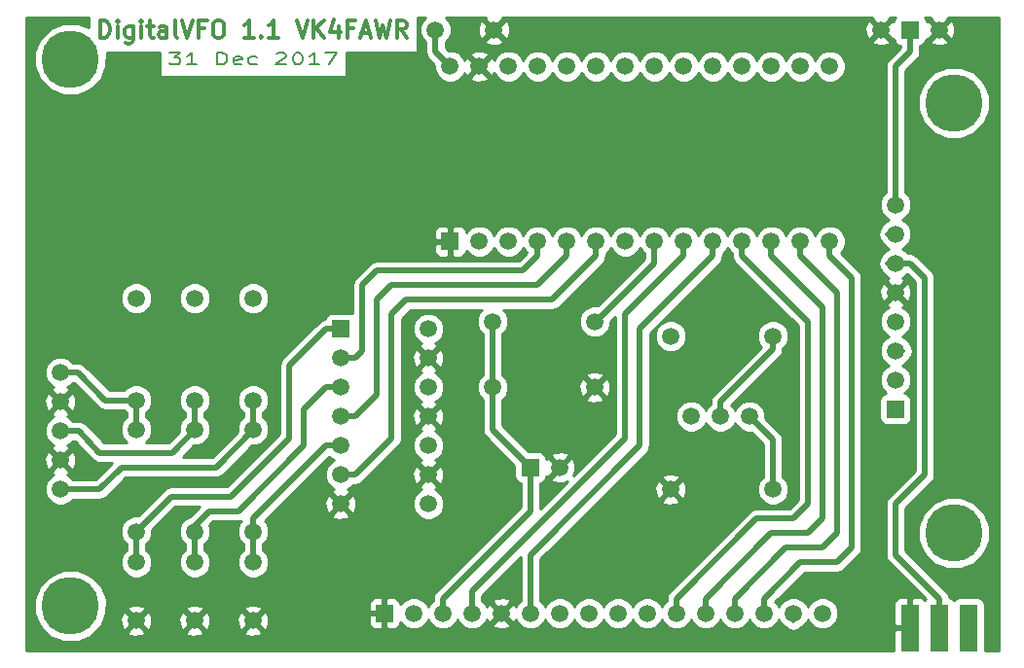
<source format=gtl>
G04 #@! TF.FileFunction,Copper,L1,Top,Signal*
%FSLAX46Y46*%
G04 Gerber Fmt 4.6, Leading zero omitted, Abs format (unit mm)*
G04 Created by KiCad (PCBNEW 4.0.7) date Thursday, 04 January 2018 'PMt' 04:22:12 PM*
%MOMM*%
%LPD*%
G01*
G04 APERTURE LIST*
%ADD10C,0.100000*%
%ADD11C,0.200000*%
%ADD12C,0.300000*%
%ADD13C,0.600000*%
%ADD14C,5.000000*%
%ADD15C,1.500000*%
%ADD16R,1.524000X1.500000*%
%ADD17R,1.500000X1.500000*%
%ADD18R,1.524000X4.064000*%
%ADD19C,0.500000*%
%ADD20C,0.250000*%
%ADD21C,0.254000*%
G04 APERTURE END LIST*
D10*
D11*
X109590002Y-64857381D02*
X110518573Y-64857381D01*
X110018573Y-65238333D01*
X110232859Y-65238333D01*
X110375716Y-65285952D01*
X110447145Y-65333571D01*
X110518573Y-65428810D01*
X110518573Y-65666905D01*
X110447145Y-65762143D01*
X110375716Y-65809762D01*
X110232859Y-65857381D01*
X109804287Y-65857381D01*
X109661430Y-65809762D01*
X109590002Y-65762143D01*
X111947144Y-65857381D02*
X111090001Y-65857381D01*
X111518573Y-65857381D02*
X111518573Y-64857381D01*
X111375716Y-65000238D01*
X111232858Y-65095476D01*
X111090001Y-65143095D01*
X113732858Y-65857381D02*
X113732858Y-64857381D01*
X114090001Y-64857381D01*
X114304286Y-64905000D01*
X114447144Y-65000238D01*
X114518572Y-65095476D01*
X114590001Y-65285952D01*
X114590001Y-65428810D01*
X114518572Y-65619286D01*
X114447144Y-65714524D01*
X114304286Y-65809762D01*
X114090001Y-65857381D01*
X113732858Y-65857381D01*
X115804286Y-65809762D02*
X115661429Y-65857381D01*
X115375715Y-65857381D01*
X115232858Y-65809762D01*
X115161429Y-65714524D01*
X115161429Y-65333571D01*
X115232858Y-65238333D01*
X115375715Y-65190714D01*
X115661429Y-65190714D01*
X115804286Y-65238333D01*
X115875715Y-65333571D01*
X115875715Y-65428810D01*
X115161429Y-65524048D01*
X117161429Y-65809762D02*
X117018572Y-65857381D01*
X116732858Y-65857381D01*
X116590000Y-65809762D01*
X116518572Y-65762143D01*
X116447143Y-65666905D01*
X116447143Y-65381190D01*
X116518572Y-65285952D01*
X116590000Y-65238333D01*
X116732858Y-65190714D01*
X117018572Y-65190714D01*
X117161429Y-65238333D01*
X118875714Y-64952619D02*
X118947143Y-64905000D01*
X119090000Y-64857381D01*
X119447143Y-64857381D01*
X119590000Y-64905000D01*
X119661429Y-64952619D01*
X119732857Y-65047857D01*
X119732857Y-65143095D01*
X119661429Y-65285952D01*
X118804286Y-65857381D01*
X119732857Y-65857381D01*
X120661428Y-64857381D02*
X120804285Y-64857381D01*
X120947142Y-64905000D01*
X121018571Y-64952619D01*
X121090000Y-65047857D01*
X121161428Y-65238333D01*
X121161428Y-65476429D01*
X121090000Y-65666905D01*
X121018571Y-65762143D01*
X120947142Y-65809762D01*
X120804285Y-65857381D01*
X120661428Y-65857381D01*
X120518571Y-65809762D01*
X120447142Y-65762143D01*
X120375714Y-65666905D01*
X120304285Y-65476429D01*
X120304285Y-65238333D01*
X120375714Y-65047857D01*
X120447142Y-64952619D01*
X120518571Y-64905000D01*
X120661428Y-64857381D01*
X122589999Y-65857381D02*
X121732856Y-65857381D01*
X122161428Y-65857381D02*
X122161428Y-64857381D01*
X122018571Y-65000238D01*
X121875713Y-65095476D01*
X121732856Y-65143095D01*
X123089999Y-64857381D02*
X124089999Y-64857381D01*
X123447142Y-65857381D01*
D12*
X103554287Y-63543571D02*
X103554287Y-62043571D01*
X103911430Y-62043571D01*
X104125715Y-62115000D01*
X104268573Y-62257857D01*
X104340001Y-62400714D01*
X104411430Y-62686429D01*
X104411430Y-62900714D01*
X104340001Y-63186429D01*
X104268573Y-63329286D01*
X104125715Y-63472143D01*
X103911430Y-63543571D01*
X103554287Y-63543571D01*
X105054287Y-63543571D02*
X105054287Y-62543571D01*
X105054287Y-62043571D02*
X104982858Y-62115000D01*
X105054287Y-62186429D01*
X105125715Y-62115000D01*
X105054287Y-62043571D01*
X105054287Y-62186429D01*
X106411430Y-62543571D02*
X106411430Y-63757857D01*
X106340001Y-63900714D01*
X106268573Y-63972143D01*
X106125716Y-64043571D01*
X105911430Y-64043571D01*
X105768573Y-63972143D01*
X106411430Y-63472143D02*
X106268573Y-63543571D01*
X105982859Y-63543571D01*
X105840001Y-63472143D01*
X105768573Y-63400714D01*
X105697144Y-63257857D01*
X105697144Y-62829286D01*
X105768573Y-62686429D01*
X105840001Y-62615000D01*
X105982859Y-62543571D01*
X106268573Y-62543571D01*
X106411430Y-62615000D01*
X107125716Y-63543571D02*
X107125716Y-62543571D01*
X107125716Y-62043571D02*
X107054287Y-62115000D01*
X107125716Y-62186429D01*
X107197144Y-62115000D01*
X107125716Y-62043571D01*
X107125716Y-62186429D01*
X107625716Y-62543571D02*
X108197145Y-62543571D01*
X107840002Y-62043571D02*
X107840002Y-63329286D01*
X107911430Y-63472143D01*
X108054288Y-63543571D01*
X108197145Y-63543571D01*
X109340002Y-63543571D02*
X109340002Y-62757857D01*
X109268573Y-62615000D01*
X109125716Y-62543571D01*
X108840002Y-62543571D01*
X108697145Y-62615000D01*
X109340002Y-63472143D02*
X109197145Y-63543571D01*
X108840002Y-63543571D01*
X108697145Y-63472143D01*
X108625716Y-63329286D01*
X108625716Y-63186429D01*
X108697145Y-63043571D01*
X108840002Y-62972143D01*
X109197145Y-62972143D01*
X109340002Y-62900714D01*
X110268574Y-63543571D02*
X110125716Y-63472143D01*
X110054288Y-63329286D01*
X110054288Y-62043571D01*
X110625716Y-62043571D02*
X111125716Y-63543571D01*
X111625716Y-62043571D01*
X112625716Y-62757857D02*
X112125716Y-62757857D01*
X112125716Y-63543571D02*
X112125716Y-62043571D01*
X112840002Y-62043571D01*
X113697144Y-62043571D02*
X113982858Y-62043571D01*
X114125716Y-62115000D01*
X114268573Y-62257857D01*
X114340001Y-62543571D01*
X114340001Y-63043571D01*
X114268573Y-63329286D01*
X114125716Y-63472143D01*
X113982858Y-63543571D01*
X113697144Y-63543571D01*
X113554287Y-63472143D01*
X113411430Y-63329286D01*
X113340001Y-63043571D01*
X113340001Y-62543571D01*
X113411430Y-62257857D01*
X113554287Y-62115000D01*
X113697144Y-62043571D01*
X116911430Y-63543571D02*
X116054287Y-63543571D01*
X116482859Y-63543571D02*
X116482859Y-62043571D01*
X116340002Y-62257857D01*
X116197144Y-62400714D01*
X116054287Y-62472143D01*
X117554287Y-63400714D02*
X117625715Y-63472143D01*
X117554287Y-63543571D01*
X117482858Y-63472143D01*
X117554287Y-63400714D01*
X117554287Y-63543571D01*
X119054287Y-63543571D02*
X118197144Y-63543571D01*
X118625716Y-63543571D02*
X118625716Y-62043571D01*
X118482859Y-62257857D01*
X118340001Y-62400714D01*
X118197144Y-62472143D01*
X120625715Y-62043571D02*
X121125715Y-63543571D01*
X121625715Y-62043571D01*
X122125715Y-63543571D02*
X122125715Y-62043571D01*
X122982858Y-63543571D02*
X122340001Y-62686429D01*
X122982858Y-62043571D02*
X122125715Y-62900714D01*
X124268572Y-62543571D02*
X124268572Y-63543571D01*
X123911429Y-61972143D02*
X123554286Y-63043571D01*
X124482858Y-63043571D01*
X125554286Y-62757857D02*
X125054286Y-62757857D01*
X125054286Y-63543571D02*
X125054286Y-62043571D01*
X125768572Y-62043571D01*
X126268571Y-63115000D02*
X126982857Y-63115000D01*
X126125714Y-63543571D02*
X126625714Y-62043571D01*
X127125714Y-63543571D01*
X127482857Y-62043571D02*
X127840000Y-63543571D01*
X128125714Y-62472143D01*
X128411428Y-63543571D01*
X128768571Y-62043571D01*
X130197143Y-63543571D02*
X129697143Y-62829286D01*
X129340000Y-63543571D02*
X129340000Y-62043571D01*
X129911428Y-62043571D01*
X130054286Y-62115000D01*
X130125714Y-62186429D01*
X130197143Y-62329286D01*
X130197143Y-62543571D01*
X130125714Y-62686429D01*
X130054286Y-62757857D01*
X129911428Y-62829286D01*
X129340000Y-62829286D01*
D13*
X111760000Y-73660000D03*
X161925000Y-73660000D03*
D14*
X100965000Y-65405000D03*
X100965000Y-113030000D03*
X177800000Y-106680000D03*
X177800000Y-69215000D03*
D13*
X172720000Y-111760000D03*
X180340000Y-111760000D03*
X143510000Y-111125000D03*
X158750000Y-85090000D03*
X139065000Y-111125000D03*
D15*
X171450000Y-62865000D03*
D16*
X173990000Y-62865000D03*
D15*
X176530000Y-62865000D03*
X132715000Y-62865000D03*
X137795000Y-62865000D03*
X137668000Y-88265000D03*
X146558000Y-88265000D03*
X162052000Y-89535000D03*
X153162000Y-89535000D03*
X162052000Y-102870000D03*
X153162000Y-102870000D03*
D17*
X140970000Y-100965000D03*
D15*
X143510000Y-100965000D03*
X137668000Y-93980000D03*
X146558000Y-93980000D03*
X106680000Y-86233000D03*
X106680000Y-95123000D03*
X111760000Y-86233000D03*
X111760000Y-95123000D03*
X116840000Y-86233000D03*
X116840000Y-95123000D03*
X106680000Y-97663000D03*
X106680000Y-106553000D03*
X111760000Y-97663000D03*
X111760000Y-106553000D03*
X116840000Y-97663000D03*
X116840000Y-106553000D03*
X106680000Y-109220000D03*
X106680000Y-114300000D03*
X111760000Y-109220000D03*
X111760000Y-114300000D03*
X116840000Y-109220000D03*
X116840000Y-114300000D03*
X100076000Y-102870000D03*
X100076000Y-100330000D03*
X100076000Y-97790000D03*
X100076000Y-95250000D03*
X100076000Y-92710000D03*
D18*
X176530000Y-114935000D03*
X173990000Y-114935000D03*
X179070000Y-114935000D03*
D15*
X160020000Y-96520000D03*
X157480000Y-96520000D03*
X154940000Y-96520000D03*
D17*
X133985000Y-81280000D03*
D15*
X136525000Y-81280000D03*
X139065000Y-81280000D03*
X141605000Y-81280000D03*
X144145000Y-81280000D03*
X146685000Y-81280000D03*
X149225000Y-81280000D03*
X151765000Y-81280000D03*
X154305000Y-81280000D03*
X156845000Y-81280000D03*
X159385000Y-81280000D03*
X161925000Y-81280000D03*
X164465000Y-81280000D03*
X167005000Y-81280000D03*
X167005000Y-66040000D03*
X164465000Y-66040000D03*
X161925000Y-66040000D03*
X159385000Y-66040000D03*
X156845000Y-66040000D03*
X154305000Y-66040000D03*
X151765000Y-66040000D03*
X149225000Y-66040000D03*
X146685000Y-66040000D03*
X144145000Y-66040000D03*
X141605000Y-66040000D03*
X139065000Y-66040000D03*
X136525000Y-66040000D03*
X133985000Y-66040000D03*
X172720000Y-78105000D03*
X172720000Y-80645000D03*
X172720000Y-83185000D03*
X172720000Y-85725000D03*
X172720000Y-88265000D03*
X172720000Y-90805000D03*
X172720000Y-93345000D03*
D17*
X172720000Y-95885000D03*
X124460000Y-88900000D03*
D15*
X124460000Y-91440000D03*
X124460000Y-93980000D03*
X124460000Y-96520000D03*
X124460000Y-99060000D03*
X124460000Y-101600000D03*
X124460000Y-104140000D03*
X132080000Y-104140000D03*
X132080000Y-101600000D03*
X132080000Y-99060000D03*
X132080000Y-96520000D03*
X132080000Y-93980000D03*
X132080000Y-91440000D03*
X132080000Y-88900000D03*
D17*
X128270000Y-113665000D03*
D15*
X130810000Y-113665000D03*
X133350000Y-113665000D03*
X135890000Y-113665000D03*
X138430000Y-113665000D03*
X140970000Y-113665000D03*
X143510000Y-113665000D03*
X146050000Y-113665000D03*
X148590000Y-113665000D03*
X151130000Y-113665000D03*
X153670000Y-113665000D03*
X156210000Y-113665000D03*
X158750000Y-113665000D03*
X161290000Y-113665000D03*
X163830000Y-113665000D03*
X166370000Y-113665000D03*
D19*
X172720000Y-83185000D02*
X173990000Y-83185000D01*
X176530000Y-112395000D02*
X176530000Y-114935000D01*
X172720000Y-108585000D02*
X176530000Y-112395000D01*
X172720000Y-104140000D02*
X172720000Y-108585000D01*
X175260000Y-101600000D02*
X172720000Y-104140000D01*
X175260000Y-84455000D02*
X175260000Y-101600000D01*
X173990000Y-83185000D02*
X175260000Y-84455000D01*
X172085000Y-83185000D02*
X172720000Y-83185000D01*
X124460000Y-88900000D02*
X123190000Y-88900000D01*
X123190000Y-88900000D02*
X120015000Y-92075000D01*
X120015000Y-92075000D02*
X120015000Y-98425000D01*
X120015000Y-98425000D02*
X114935000Y-103505000D01*
X114935000Y-103505000D02*
X109728000Y-103505000D01*
X109728000Y-103505000D02*
X106680000Y-106553000D01*
D20*
X106680000Y-106045000D02*
X106680000Y-106553000D01*
D19*
X106680000Y-106553000D02*
X106680000Y-109220000D01*
X124460000Y-93980000D02*
X123190000Y-93980000D01*
X113030000Y-104775000D02*
X115570000Y-104775000D01*
X115570000Y-104775000D02*
X121285000Y-99060000D01*
X121285000Y-99060000D02*
X121285000Y-95885000D01*
X113030000Y-104775000D02*
X111760000Y-106045000D01*
X123190000Y-93980000D02*
X121285000Y-95885000D01*
X111760000Y-106553000D02*
X111760000Y-106045000D01*
X111760000Y-106553000D02*
X111760000Y-109220000D01*
X124460000Y-99060000D02*
X123190000Y-99060000D01*
X116840000Y-105410000D02*
X116840000Y-106553000D01*
X123190000Y-99060000D02*
X116840000Y-105410000D01*
X124460000Y-99060000D02*
X124333000Y-99060000D01*
X124460000Y-99060000D02*
X123825000Y-99060000D01*
X116840000Y-109220000D02*
X116840000Y-106553000D01*
X133350000Y-113665000D02*
X133350000Y-112395000D01*
X140970000Y-104775000D02*
X140970000Y-100965000D01*
X133350000Y-112395000D02*
X140970000Y-104775000D01*
X137668000Y-93980000D02*
X137668000Y-97663000D01*
X137668000Y-97663000D02*
X140970000Y-100965000D01*
X137668000Y-88265000D02*
X137668000Y-93980000D01*
X163830000Y-113665000D02*
X163830000Y-114300000D01*
X132715000Y-62865000D02*
X132715000Y-64770000D01*
X132715000Y-64770000D02*
X133985000Y-66040000D01*
X173990000Y-62865000D02*
X173990000Y-64770000D01*
X172720000Y-66040000D02*
X172720000Y-78105000D01*
X173990000Y-64770000D02*
X172720000Y-66040000D01*
X160020000Y-96520000D02*
X162052000Y-98552000D01*
X162052000Y-98552000D02*
X162052000Y-102870000D01*
X162052000Y-89535000D02*
X162052000Y-90678000D01*
X157480000Y-95250000D02*
X157480000Y-96520000D01*
X162052000Y-90678000D02*
X157480000Y-95250000D01*
X100076000Y-92710000D02*
X101600000Y-92710000D01*
X104013000Y-95123000D02*
X106680000Y-95123000D01*
X101600000Y-92710000D02*
X104013000Y-95123000D01*
X106680000Y-95123000D02*
X106680000Y-97663000D01*
X100076000Y-97790000D02*
X101727000Y-97790000D01*
X109855000Y-99695000D02*
X111760000Y-97663000D01*
X103505000Y-99695000D02*
X109855000Y-99695000D01*
X101727000Y-97790000D02*
X103505000Y-99695000D01*
X111760000Y-95123000D02*
X111760000Y-97663000D01*
X100076000Y-97790000D02*
X100711000Y-97790000D01*
X100076000Y-102870000D02*
X103505000Y-102870000D01*
X113665000Y-100965000D02*
X116840000Y-97663000D01*
X105410000Y-100965000D02*
X113665000Y-100965000D01*
X103505000Y-102870000D02*
X105410000Y-100965000D01*
X116840000Y-97790000D02*
X116840000Y-97663000D01*
X116840000Y-95123000D02*
X116840000Y-97663000D01*
X151765000Y-81280000D02*
X151765000Y-83185000D01*
X151765000Y-83185000D02*
X146685000Y-88265000D01*
X146685000Y-88265000D02*
X146558000Y-88265000D01*
X146558000Y-87757000D02*
X146558000Y-88265000D01*
X151765000Y-81280000D02*
X151765000Y-81915000D01*
X141605000Y-81280000D02*
X141605000Y-82550000D01*
X140335000Y-83820000D02*
X127635000Y-83820000D01*
X141605000Y-82550000D02*
X140335000Y-83820000D01*
X124460000Y-91440000D02*
X125730000Y-91440000D01*
X126365000Y-85090000D02*
X127635000Y-83820000D01*
X126365000Y-90805000D02*
X126365000Y-85090000D01*
X125730000Y-91440000D02*
X126365000Y-90805000D01*
X128905000Y-85090000D02*
X141605000Y-85090000D01*
X144145000Y-82550000D02*
X141605000Y-85090000D01*
X144145000Y-82550000D02*
X144145000Y-81280000D01*
X124460000Y-96520000D02*
X125730000Y-96520000D01*
X127635000Y-86360000D02*
X128905000Y-85090000D01*
X127635000Y-94615000D02*
X127635000Y-86360000D01*
X125730000Y-96520000D02*
X127635000Y-94615000D01*
X146685000Y-81280000D02*
X146685000Y-82550000D01*
X125730000Y-101600000D02*
X128905000Y-98425000D01*
X128905000Y-98425000D02*
X128905000Y-87630000D01*
X128905000Y-87630000D02*
X130175000Y-86360000D01*
X130175000Y-86360000D02*
X142875000Y-86360000D01*
X125730000Y-101600000D02*
X124460000Y-101600000D01*
X146685000Y-82550000D02*
X142875000Y-86360000D01*
X135890000Y-113665000D02*
X135890000Y-111760000D01*
X154305000Y-82550000D02*
X149225000Y-87630000D01*
X149225000Y-87630000D02*
X149225000Y-98425000D01*
X154305000Y-82550000D02*
X154305000Y-81280000D01*
X135890000Y-111760000D02*
X149225000Y-98425000D01*
X140970000Y-108585000D02*
X140970000Y-113665000D01*
X156845000Y-81280000D02*
X156845000Y-82550000D01*
X150495000Y-99060000D02*
X140970000Y-108585000D01*
X150495000Y-88900000D02*
X150495000Y-99060000D01*
X156845000Y-82550000D02*
X150495000Y-88900000D01*
X153670000Y-113665000D02*
X153670000Y-112395000D01*
X159385000Y-82550000D02*
X165100000Y-88265000D01*
X165100000Y-88265000D02*
X165100000Y-104140000D01*
X159385000Y-82550000D02*
X159385000Y-81280000D01*
X163830000Y-105410000D02*
X165100000Y-104140000D01*
X160655000Y-105410000D02*
X163830000Y-105410000D01*
X153670000Y-112395000D02*
X160655000Y-105410000D01*
X159385000Y-81280000D02*
X159385000Y-81915000D01*
X156210000Y-113665000D02*
X156210000Y-112395000D01*
X161925000Y-82550000D02*
X166370000Y-86995000D01*
X166370000Y-86995000D02*
X166370000Y-105410000D01*
X161925000Y-82550000D02*
X161925000Y-81280000D01*
X165100000Y-106680000D02*
X166370000Y-105410000D01*
X161925000Y-106680000D02*
X165100000Y-106680000D01*
X156210000Y-112395000D02*
X161925000Y-106680000D01*
X156083000Y-113538000D02*
X156210000Y-113665000D01*
X167640000Y-106680000D02*
X167640000Y-85725000D01*
X164465000Y-82550000D02*
X167640000Y-85725000D01*
X164465000Y-81280000D02*
X164465000Y-82550000D01*
X158750000Y-112395000D02*
X158750000Y-113665000D01*
X166370000Y-107950000D02*
X167640000Y-106680000D01*
X163195000Y-107950000D02*
X166370000Y-107950000D01*
X158750000Y-112395000D02*
X163195000Y-107950000D01*
X158750000Y-113030000D02*
X158750000Y-113665000D01*
X161290000Y-113665000D02*
X161290000Y-112395000D01*
X167005000Y-82550000D02*
X167005000Y-81280000D01*
X168910000Y-84455000D02*
X168910000Y-107950000D01*
X167005000Y-82550000D02*
X168910000Y-84455000D01*
X167640000Y-109220000D02*
X168910000Y-107950000D01*
X164465000Y-109220000D02*
X167640000Y-109220000D01*
X161290000Y-112395000D02*
X164465000Y-109220000D01*
X173355000Y-90805000D02*
X172720000Y-90805000D01*
X172085000Y-80645000D02*
X172720000Y-80645000D01*
D21*
G36*
X175738088Y-61893483D02*
X176530000Y-62685395D01*
X177321912Y-61893483D01*
X177287632Y-61772000D01*
X181687000Y-61772000D01*
X181687000Y-116917000D01*
X180479440Y-116917000D01*
X180479440Y-112903000D01*
X180435162Y-112667683D01*
X180296090Y-112451559D01*
X180083890Y-112306569D01*
X179832000Y-112255560D01*
X178308000Y-112255560D01*
X178072683Y-112299838D01*
X177856559Y-112438910D01*
X177800626Y-112520770D01*
X177756090Y-112451559D01*
X177543890Y-112306569D01*
X177391262Y-112275661D01*
X177347633Y-112056326D01*
X177347633Y-112056325D01*
X177155790Y-111769210D01*
X177155787Y-111769208D01*
X173605000Y-108218420D01*
X173605000Y-107300854D01*
X174664457Y-107300854D01*
X175140727Y-108453515D01*
X176021847Y-109336174D01*
X177173674Y-109814454D01*
X178420854Y-109815543D01*
X179573515Y-109339273D01*
X180456174Y-108458153D01*
X180934454Y-107306326D01*
X180935543Y-106059146D01*
X180459273Y-104906485D01*
X179578153Y-104023826D01*
X178426326Y-103545546D01*
X177179146Y-103544457D01*
X176026485Y-104020727D01*
X175143826Y-104901847D01*
X174665546Y-106053674D01*
X174664457Y-107300854D01*
X173605000Y-107300854D01*
X173605000Y-104506580D01*
X175885787Y-102225792D01*
X175885790Y-102225790D01*
X176077633Y-101938675D01*
X176145000Y-101600000D01*
X176145000Y-84455005D01*
X176145001Y-84455000D01*
X176077633Y-84116325D01*
X176046680Y-84070000D01*
X175885790Y-83829210D01*
X175885787Y-83829208D01*
X174615790Y-82559210D01*
X174536529Y-82506250D01*
X174328675Y-82367367D01*
X174272484Y-82356190D01*
X173990000Y-82299999D01*
X173989995Y-82300000D01*
X173793523Y-82300000D01*
X173505564Y-82011539D01*
X173273130Y-81915024D01*
X173503515Y-81819831D01*
X173893461Y-81430564D01*
X174104759Y-80921702D01*
X174105240Y-80370715D01*
X173894831Y-79861485D01*
X173505564Y-79471539D01*
X173273130Y-79375024D01*
X173503515Y-79279831D01*
X173893461Y-78890564D01*
X174104759Y-78381702D01*
X174105240Y-77830715D01*
X173894831Y-77321485D01*
X173605000Y-77031148D01*
X173605000Y-69835854D01*
X174664457Y-69835854D01*
X175140727Y-70988515D01*
X176021847Y-71871174D01*
X177173674Y-72349454D01*
X178420854Y-72350543D01*
X179573515Y-71874273D01*
X180456174Y-70993153D01*
X180934454Y-69841326D01*
X180935543Y-68594146D01*
X180459273Y-67441485D01*
X179578153Y-66558826D01*
X178426326Y-66080546D01*
X177179146Y-66079457D01*
X176026485Y-66555727D01*
X175143826Y-67436847D01*
X174665546Y-68588674D01*
X174664457Y-69835854D01*
X173605000Y-69835854D01*
X173605000Y-66406580D01*
X174615787Y-65395792D01*
X174615790Y-65395790D01*
X174807633Y-65108675D01*
X174815628Y-65068483D01*
X174875001Y-64770000D01*
X174875000Y-64769995D01*
X174875000Y-64239296D01*
X174987317Y-64218162D01*
X175203441Y-64079090D01*
X175348431Y-63866890D01*
X175354581Y-63836517D01*
X175738088Y-63836517D01*
X175806077Y-64077460D01*
X176325171Y-64262201D01*
X176875448Y-64234230D01*
X177253923Y-64077460D01*
X177321912Y-63836517D01*
X176530000Y-63044605D01*
X175738088Y-63836517D01*
X175354581Y-63836517D01*
X175399440Y-63615000D01*
X175399440Y-63612033D01*
X175558483Y-63656912D01*
X176350395Y-62865000D01*
X176709605Y-62865000D01*
X177501517Y-63656912D01*
X177742460Y-63588923D01*
X177927201Y-63069829D01*
X177899230Y-62519552D01*
X177742460Y-62141077D01*
X177501517Y-62073088D01*
X176709605Y-62865000D01*
X176350395Y-62865000D01*
X175558483Y-62073088D01*
X175399440Y-62117967D01*
X175399440Y-62115000D01*
X175355162Y-61879683D01*
X175285870Y-61772000D01*
X175772368Y-61772000D01*
X175738088Y-61893483D01*
X175738088Y-61893483D01*
G37*
X175738088Y-61893483D02*
X176530000Y-62685395D01*
X177321912Y-61893483D01*
X177287632Y-61772000D01*
X181687000Y-61772000D01*
X181687000Y-116917000D01*
X180479440Y-116917000D01*
X180479440Y-112903000D01*
X180435162Y-112667683D01*
X180296090Y-112451559D01*
X180083890Y-112306569D01*
X179832000Y-112255560D01*
X178308000Y-112255560D01*
X178072683Y-112299838D01*
X177856559Y-112438910D01*
X177800626Y-112520770D01*
X177756090Y-112451559D01*
X177543890Y-112306569D01*
X177391262Y-112275661D01*
X177347633Y-112056326D01*
X177347633Y-112056325D01*
X177155790Y-111769210D01*
X177155787Y-111769208D01*
X173605000Y-108218420D01*
X173605000Y-107300854D01*
X174664457Y-107300854D01*
X175140727Y-108453515D01*
X176021847Y-109336174D01*
X177173674Y-109814454D01*
X178420854Y-109815543D01*
X179573515Y-109339273D01*
X180456174Y-108458153D01*
X180934454Y-107306326D01*
X180935543Y-106059146D01*
X180459273Y-104906485D01*
X179578153Y-104023826D01*
X178426326Y-103545546D01*
X177179146Y-103544457D01*
X176026485Y-104020727D01*
X175143826Y-104901847D01*
X174665546Y-106053674D01*
X174664457Y-107300854D01*
X173605000Y-107300854D01*
X173605000Y-104506580D01*
X175885787Y-102225792D01*
X175885790Y-102225790D01*
X176077633Y-101938675D01*
X176145000Y-101600000D01*
X176145000Y-84455005D01*
X176145001Y-84455000D01*
X176077633Y-84116325D01*
X176046680Y-84070000D01*
X175885790Y-83829210D01*
X175885787Y-83829208D01*
X174615790Y-82559210D01*
X174536529Y-82506250D01*
X174328675Y-82367367D01*
X174272484Y-82356190D01*
X173990000Y-82299999D01*
X173989995Y-82300000D01*
X173793523Y-82300000D01*
X173505564Y-82011539D01*
X173273130Y-81915024D01*
X173503515Y-81819831D01*
X173893461Y-81430564D01*
X174104759Y-80921702D01*
X174105240Y-80370715D01*
X173894831Y-79861485D01*
X173505564Y-79471539D01*
X173273130Y-79375024D01*
X173503515Y-79279831D01*
X173893461Y-78890564D01*
X174104759Y-78381702D01*
X174105240Y-77830715D01*
X173894831Y-77321485D01*
X173605000Y-77031148D01*
X173605000Y-69835854D01*
X174664457Y-69835854D01*
X175140727Y-70988515D01*
X176021847Y-71871174D01*
X177173674Y-72349454D01*
X178420854Y-72350543D01*
X179573515Y-71874273D01*
X180456174Y-70993153D01*
X180934454Y-69841326D01*
X180935543Y-68594146D01*
X180459273Y-67441485D01*
X179578153Y-66558826D01*
X178426326Y-66080546D01*
X177179146Y-66079457D01*
X176026485Y-66555727D01*
X175143826Y-67436847D01*
X174665546Y-68588674D01*
X174664457Y-69835854D01*
X173605000Y-69835854D01*
X173605000Y-66406580D01*
X174615787Y-65395792D01*
X174615790Y-65395790D01*
X174807633Y-65108675D01*
X174815628Y-65068483D01*
X174875001Y-64770000D01*
X174875000Y-64769995D01*
X174875000Y-64239296D01*
X174987317Y-64218162D01*
X175203441Y-64079090D01*
X175348431Y-63866890D01*
X175354581Y-63836517D01*
X175738088Y-63836517D01*
X175806077Y-64077460D01*
X176325171Y-64262201D01*
X176875448Y-64234230D01*
X177253923Y-64077460D01*
X177321912Y-63836517D01*
X176530000Y-63044605D01*
X175738088Y-63836517D01*
X175354581Y-63836517D01*
X175399440Y-63615000D01*
X175399440Y-63612033D01*
X175558483Y-63656912D01*
X176350395Y-62865000D01*
X176709605Y-62865000D01*
X177501517Y-63656912D01*
X177742460Y-63588923D01*
X177927201Y-63069829D01*
X177899230Y-62519552D01*
X177742460Y-62141077D01*
X177501517Y-62073088D01*
X176709605Y-62865000D01*
X176350395Y-62865000D01*
X175558483Y-62073088D01*
X175399440Y-62117967D01*
X175399440Y-62115000D01*
X175355162Y-61879683D01*
X175285870Y-61772000D01*
X175772368Y-61772000D01*
X175738088Y-61893483D01*
G36*
X102562144Y-62673665D02*
X101591326Y-62270546D01*
X100344146Y-62269457D01*
X99191485Y-62745727D01*
X98308826Y-63626847D01*
X97830546Y-64778674D01*
X97829457Y-66025854D01*
X98305727Y-67178515D01*
X99186847Y-68061174D01*
X100338674Y-68539454D01*
X101585854Y-68540543D01*
X102738515Y-68064273D01*
X103621174Y-67183153D01*
X104099454Y-66031326D01*
X104100485Y-64850000D01*
X108740716Y-64850000D01*
X108740716Y-66940000D01*
X124939284Y-66940000D01*
X124939284Y-64850000D01*
X131117857Y-64850000D01*
X131117857Y-61772000D01*
X131849511Y-61772000D01*
X131541539Y-62079436D01*
X131330241Y-62588298D01*
X131329760Y-63139285D01*
X131540169Y-63648515D01*
X131830000Y-63938852D01*
X131830000Y-64769995D01*
X131829999Y-64770000D01*
X131886190Y-65052484D01*
X131897367Y-65108675D01*
X131994761Y-65254436D01*
X132089210Y-65395790D01*
X132600116Y-65906695D01*
X132599760Y-66314285D01*
X132810169Y-66823515D01*
X133199436Y-67213461D01*
X133708298Y-67424759D01*
X134259285Y-67425240D01*
X134768515Y-67214831D01*
X134972183Y-67011517D01*
X135733088Y-67011517D01*
X135801077Y-67252460D01*
X136320171Y-67437201D01*
X136870448Y-67409230D01*
X137248923Y-67252460D01*
X137316912Y-67011517D01*
X136525000Y-66219605D01*
X135733088Y-67011517D01*
X134972183Y-67011517D01*
X135158461Y-66825564D01*
X135248377Y-66609021D01*
X135312540Y-66763923D01*
X135553483Y-66831912D01*
X136345395Y-66040000D01*
X136704605Y-66040000D01*
X137496517Y-66831912D01*
X137737460Y-66763923D01*
X137796732Y-66597379D01*
X137890169Y-66823515D01*
X138279436Y-67213461D01*
X138788298Y-67424759D01*
X139339285Y-67425240D01*
X139848515Y-67214831D01*
X140238461Y-66825564D01*
X140334976Y-66593130D01*
X140430169Y-66823515D01*
X140819436Y-67213461D01*
X141328298Y-67424759D01*
X141879285Y-67425240D01*
X142388515Y-67214831D01*
X142778461Y-66825564D01*
X142874976Y-66593130D01*
X142970169Y-66823515D01*
X143359436Y-67213461D01*
X143868298Y-67424759D01*
X144419285Y-67425240D01*
X144928515Y-67214831D01*
X145318461Y-66825564D01*
X145414976Y-66593130D01*
X145510169Y-66823515D01*
X145899436Y-67213461D01*
X146408298Y-67424759D01*
X146959285Y-67425240D01*
X147468515Y-67214831D01*
X147858461Y-66825564D01*
X147954976Y-66593130D01*
X148050169Y-66823515D01*
X148439436Y-67213461D01*
X148948298Y-67424759D01*
X149499285Y-67425240D01*
X150008515Y-67214831D01*
X150398461Y-66825564D01*
X150494976Y-66593130D01*
X150590169Y-66823515D01*
X150979436Y-67213461D01*
X151488298Y-67424759D01*
X152039285Y-67425240D01*
X152548515Y-67214831D01*
X152938461Y-66825564D01*
X153034976Y-66593130D01*
X153130169Y-66823515D01*
X153519436Y-67213461D01*
X154028298Y-67424759D01*
X154579285Y-67425240D01*
X155088515Y-67214831D01*
X155478461Y-66825564D01*
X155574976Y-66593130D01*
X155670169Y-66823515D01*
X156059436Y-67213461D01*
X156568298Y-67424759D01*
X157119285Y-67425240D01*
X157628515Y-67214831D01*
X158018461Y-66825564D01*
X158114976Y-66593130D01*
X158210169Y-66823515D01*
X158599436Y-67213461D01*
X159108298Y-67424759D01*
X159659285Y-67425240D01*
X160168515Y-67214831D01*
X160558461Y-66825564D01*
X160654976Y-66593130D01*
X160750169Y-66823515D01*
X161139436Y-67213461D01*
X161648298Y-67424759D01*
X162199285Y-67425240D01*
X162708515Y-67214831D01*
X163098461Y-66825564D01*
X163194976Y-66593130D01*
X163290169Y-66823515D01*
X163679436Y-67213461D01*
X164188298Y-67424759D01*
X164739285Y-67425240D01*
X165248515Y-67214831D01*
X165638461Y-66825564D01*
X165734976Y-66593130D01*
X165830169Y-66823515D01*
X166219436Y-67213461D01*
X166728298Y-67424759D01*
X167279285Y-67425240D01*
X167788515Y-67214831D01*
X168178461Y-66825564D01*
X168389759Y-66316702D01*
X168390240Y-65765715D01*
X168179831Y-65256485D01*
X167790564Y-64866539D01*
X167281702Y-64655241D01*
X166730715Y-64654760D01*
X166221485Y-64865169D01*
X165831539Y-65254436D01*
X165735024Y-65486870D01*
X165639831Y-65256485D01*
X165250564Y-64866539D01*
X164741702Y-64655241D01*
X164190715Y-64654760D01*
X163681485Y-64865169D01*
X163291539Y-65254436D01*
X163195024Y-65486870D01*
X163099831Y-65256485D01*
X162710564Y-64866539D01*
X162201702Y-64655241D01*
X161650715Y-64654760D01*
X161141485Y-64865169D01*
X160751539Y-65254436D01*
X160655024Y-65486870D01*
X160559831Y-65256485D01*
X160170564Y-64866539D01*
X159661702Y-64655241D01*
X159110715Y-64654760D01*
X158601485Y-64865169D01*
X158211539Y-65254436D01*
X158115024Y-65486870D01*
X158019831Y-65256485D01*
X157630564Y-64866539D01*
X157121702Y-64655241D01*
X156570715Y-64654760D01*
X156061485Y-64865169D01*
X155671539Y-65254436D01*
X155575024Y-65486870D01*
X155479831Y-65256485D01*
X155090564Y-64866539D01*
X154581702Y-64655241D01*
X154030715Y-64654760D01*
X153521485Y-64865169D01*
X153131539Y-65254436D01*
X153035024Y-65486870D01*
X152939831Y-65256485D01*
X152550564Y-64866539D01*
X152041702Y-64655241D01*
X151490715Y-64654760D01*
X150981485Y-64865169D01*
X150591539Y-65254436D01*
X150495024Y-65486870D01*
X150399831Y-65256485D01*
X150010564Y-64866539D01*
X149501702Y-64655241D01*
X148950715Y-64654760D01*
X148441485Y-64865169D01*
X148051539Y-65254436D01*
X147955024Y-65486870D01*
X147859831Y-65256485D01*
X147470564Y-64866539D01*
X146961702Y-64655241D01*
X146410715Y-64654760D01*
X145901485Y-64865169D01*
X145511539Y-65254436D01*
X145415024Y-65486870D01*
X145319831Y-65256485D01*
X144930564Y-64866539D01*
X144421702Y-64655241D01*
X143870715Y-64654760D01*
X143361485Y-64865169D01*
X142971539Y-65254436D01*
X142875024Y-65486870D01*
X142779831Y-65256485D01*
X142390564Y-64866539D01*
X141881702Y-64655241D01*
X141330715Y-64654760D01*
X140821485Y-64865169D01*
X140431539Y-65254436D01*
X140335024Y-65486870D01*
X140239831Y-65256485D01*
X139850564Y-64866539D01*
X139341702Y-64655241D01*
X138790715Y-64654760D01*
X138281485Y-64865169D01*
X137891539Y-65254436D01*
X137801623Y-65470979D01*
X137737460Y-65316077D01*
X137496517Y-65248088D01*
X136704605Y-66040000D01*
X136345395Y-66040000D01*
X135553483Y-65248088D01*
X135312540Y-65316077D01*
X135253268Y-65482621D01*
X135159831Y-65256485D01*
X134972157Y-65068483D01*
X135733088Y-65068483D01*
X136525000Y-65860395D01*
X137316912Y-65068483D01*
X137248923Y-64827540D01*
X136729829Y-64642799D01*
X136179552Y-64670770D01*
X135801077Y-64827540D01*
X135733088Y-65068483D01*
X134972157Y-65068483D01*
X134770564Y-64866539D01*
X134261702Y-64655241D01*
X133851462Y-64654883D01*
X133600000Y-64403420D01*
X133600000Y-63938523D01*
X133702183Y-63836517D01*
X137003088Y-63836517D01*
X137071077Y-64077460D01*
X137590171Y-64262201D01*
X138140448Y-64234230D01*
X138518923Y-64077460D01*
X138586912Y-63836517D01*
X170658088Y-63836517D01*
X170726077Y-64077460D01*
X171245171Y-64262201D01*
X171795448Y-64234230D01*
X172173923Y-64077460D01*
X172241912Y-63836517D01*
X171450000Y-63044605D01*
X170658088Y-63836517D01*
X138586912Y-63836517D01*
X137795000Y-63044605D01*
X137003088Y-63836517D01*
X133702183Y-63836517D01*
X133888461Y-63650564D01*
X134099759Y-63141702D01*
X134100179Y-62660171D01*
X136397799Y-62660171D01*
X136425770Y-63210448D01*
X136582540Y-63588923D01*
X136823483Y-63656912D01*
X137615395Y-62865000D01*
X137974605Y-62865000D01*
X138766517Y-63656912D01*
X139007460Y-63588923D01*
X139192201Y-63069829D01*
X139171378Y-62660171D01*
X170052799Y-62660171D01*
X170080770Y-63210448D01*
X170237540Y-63588923D01*
X170478483Y-63656912D01*
X171270395Y-62865000D01*
X170478483Y-62073088D01*
X170237540Y-62141077D01*
X170052799Y-62660171D01*
X139171378Y-62660171D01*
X139164230Y-62519552D01*
X139007460Y-62141077D01*
X138766517Y-62073088D01*
X137974605Y-62865000D01*
X137615395Y-62865000D01*
X136823483Y-62073088D01*
X136582540Y-62141077D01*
X136397799Y-62660171D01*
X134100179Y-62660171D01*
X134100240Y-62590715D01*
X133889831Y-62081485D01*
X133580885Y-61772000D01*
X137037368Y-61772000D01*
X137003088Y-61893483D01*
X137795000Y-62685395D01*
X138586912Y-61893483D01*
X138552632Y-61772000D01*
X170692368Y-61772000D01*
X170658088Y-61893483D01*
X171450000Y-62685395D01*
X172241912Y-61893483D01*
X172207632Y-61772000D01*
X172693822Y-61772000D01*
X172631569Y-61863110D01*
X172580560Y-62115000D01*
X172580560Y-62117967D01*
X172421517Y-62073088D01*
X171629605Y-62865000D01*
X172421517Y-63656912D01*
X172580560Y-63612033D01*
X172580560Y-63615000D01*
X172624838Y-63850317D01*
X172763910Y-64066441D01*
X172976110Y-64211431D01*
X173105000Y-64237532D01*
X173105000Y-64403421D01*
X172094210Y-65414210D01*
X171902367Y-65701325D01*
X171902367Y-65701326D01*
X171834999Y-66040000D01*
X171835000Y-66040005D01*
X171835000Y-77031477D01*
X171546539Y-77319436D01*
X171335241Y-77828298D01*
X171334760Y-78379285D01*
X171545169Y-78888515D01*
X171934436Y-79278461D01*
X172166870Y-79374976D01*
X171936485Y-79470169D01*
X171546539Y-79859436D01*
X171488253Y-79999804D01*
X171459210Y-80019210D01*
X171267367Y-80306325D01*
X171200000Y-80645000D01*
X171267367Y-80983675D01*
X171459210Y-81270790D01*
X171487927Y-81289978D01*
X171545169Y-81428515D01*
X171934436Y-81818461D01*
X172166870Y-81914976D01*
X171936485Y-82010169D01*
X171546539Y-82399436D01*
X171488253Y-82539804D01*
X171459210Y-82559210D01*
X171267367Y-82846325D01*
X171200000Y-83185000D01*
X171267367Y-83523675D01*
X171459210Y-83810790D01*
X171487927Y-83829978D01*
X171545169Y-83968515D01*
X171934436Y-84358461D01*
X172150979Y-84448377D01*
X171996077Y-84512540D01*
X171928088Y-84753483D01*
X172720000Y-85545395D01*
X173511912Y-84753483D01*
X173443923Y-84512540D01*
X173277379Y-84453268D01*
X173503515Y-84359831D01*
X173708562Y-84155141D01*
X174375000Y-84821579D01*
X174375000Y-101233421D01*
X172094210Y-103514210D01*
X171902367Y-103801325D01*
X171902367Y-103801326D01*
X171834999Y-104140000D01*
X171835000Y-104140005D01*
X171835000Y-108584995D01*
X171834999Y-108585000D01*
X171891190Y-108867484D01*
X171902367Y-108923675D01*
X171915479Y-108943298D01*
X172094210Y-109210790D01*
X175320071Y-112436650D01*
X175316559Y-112438910D01*
X175263537Y-112516511D01*
X175111698Y-112364673D01*
X174878309Y-112268000D01*
X174275750Y-112268000D01*
X174117000Y-112426750D01*
X174117000Y-114808000D01*
X174137000Y-114808000D01*
X174137000Y-115062000D01*
X174117000Y-115062000D01*
X174117000Y-115082000D01*
X173863000Y-115082000D01*
X173863000Y-115062000D01*
X172751750Y-115062000D01*
X172593000Y-115220750D01*
X172593000Y-116917000D01*
X97078000Y-116917000D01*
X97078000Y-113650854D01*
X97829457Y-113650854D01*
X98305727Y-114803515D01*
X99186847Y-115686174D01*
X100338674Y-116164454D01*
X101585854Y-116165543D01*
X102738515Y-115689273D01*
X103157000Y-115271517D01*
X105888088Y-115271517D01*
X105956077Y-115512460D01*
X106475171Y-115697201D01*
X107025448Y-115669230D01*
X107403923Y-115512460D01*
X107471912Y-115271517D01*
X110968088Y-115271517D01*
X111036077Y-115512460D01*
X111555171Y-115697201D01*
X112105448Y-115669230D01*
X112483923Y-115512460D01*
X112551912Y-115271517D01*
X116048088Y-115271517D01*
X116116077Y-115512460D01*
X116635171Y-115697201D01*
X117185448Y-115669230D01*
X117563923Y-115512460D01*
X117631912Y-115271517D01*
X116840000Y-114479605D01*
X116048088Y-115271517D01*
X112551912Y-115271517D01*
X111760000Y-114479605D01*
X110968088Y-115271517D01*
X107471912Y-115271517D01*
X106680000Y-114479605D01*
X105888088Y-115271517D01*
X103157000Y-115271517D01*
X103621174Y-114808153D01*
X103917229Y-114095171D01*
X105282799Y-114095171D01*
X105310770Y-114645448D01*
X105467540Y-115023923D01*
X105708483Y-115091912D01*
X106500395Y-114300000D01*
X106859605Y-114300000D01*
X107651517Y-115091912D01*
X107892460Y-115023923D01*
X108077201Y-114504829D01*
X108056378Y-114095171D01*
X110362799Y-114095171D01*
X110390770Y-114645448D01*
X110547540Y-115023923D01*
X110788483Y-115091912D01*
X111580395Y-114300000D01*
X111939605Y-114300000D01*
X112731517Y-115091912D01*
X112972460Y-115023923D01*
X113157201Y-114504829D01*
X113136378Y-114095171D01*
X115442799Y-114095171D01*
X115470770Y-114645448D01*
X115627540Y-115023923D01*
X115868483Y-115091912D01*
X116660395Y-114300000D01*
X117019605Y-114300000D01*
X117811517Y-115091912D01*
X118052460Y-115023923D01*
X118237201Y-114504829D01*
X118209230Y-113954552D01*
X118207656Y-113950750D01*
X126885000Y-113950750D01*
X126885000Y-114541310D01*
X126981673Y-114774699D01*
X127160302Y-114953327D01*
X127393691Y-115050000D01*
X127984250Y-115050000D01*
X128143000Y-114891250D01*
X128143000Y-113792000D01*
X127043750Y-113792000D01*
X126885000Y-113950750D01*
X118207656Y-113950750D01*
X118052460Y-113576077D01*
X117811517Y-113508088D01*
X117019605Y-114300000D01*
X116660395Y-114300000D01*
X115868483Y-113508088D01*
X115627540Y-113576077D01*
X115442799Y-114095171D01*
X113136378Y-114095171D01*
X113129230Y-113954552D01*
X112972460Y-113576077D01*
X112731517Y-113508088D01*
X111939605Y-114300000D01*
X111580395Y-114300000D01*
X110788483Y-113508088D01*
X110547540Y-113576077D01*
X110362799Y-114095171D01*
X108056378Y-114095171D01*
X108049230Y-113954552D01*
X107892460Y-113576077D01*
X107651517Y-113508088D01*
X106859605Y-114300000D01*
X106500395Y-114300000D01*
X105708483Y-113508088D01*
X105467540Y-113576077D01*
X105282799Y-114095171D01*
X103917229Y-114095171D01*
X104099454Y-113656326D01*
X104099740Y-113328483D01*
X105888088Y-113328483D01*
X106680000Y-114120395D01*
X107471912Y-113328483D01*
X110968088Y-113328483D01*
X111760000Y-114120395D01*
X112551912Y-113328483D01*
X116048088Y-113328483D01*
X116840000Y-114120395D01*
X117631912Y-113328483D01*
X117563923Y-113087540D01*
X117044829Y-112902799D01*
X116494552Y-112930770D01*
X116116077Y-113087540D01*
X116048088Y-113328483D01*
X112551912Y-113328483D01*
X112483923Y-113087540D01*
X111964829Y-112902799D01*
X111414552Y-112930770D01*
X111036077Y-113087540D01*
X110968088Y-113328483D01*
X107471912Y-113328483D01*
X107403923Y-113087540D01*
X106884829Y-112902799D01*
X106334552Y-112930770D01*
X105956077Y-113087540D01*
X105888088Y-113328483D01*
X104099740Y-113328483D01*
X104100211Y-112788690D01*
X126885000Y-112788690D01*
X126885000Y-113379250D01*
X127043750Y-113538000D01*
X128143000Y-113538000D01*
X128143000Y-112438750D01*
X127984250Y-112280000D01*
X127393691Y-112280000D01*
X127160302Y-112376673D01*
X126981673Y-112555301D01*
X126885000Y-112788690D01*
X104100211Y-112788690D01*
X104100543Y-112409146D01*
X103624273Y-111256485D01*
X102743153Y-110373826D01*
X101591326Y-109895546D01*
X100344146Y-109894457D01*
X99191485Y-110370727D01*
X98308826Y-111251847D01*
X97830546Y-112403674D01*
X97829457Y-113650854D01*
X97078000Y-113650854D01*
X97078000Y-106827285D01*
X105294760Y-106827285D01*
X105505169Y-107336515D01*
X105795000Y-107626852D01*
X105795000Y-108146477D01*
X105506539Y-108434436D01*
X105295241Y-108943298D01*
X105294760Y-109494285D01*
X105505169Y-110003515D01*
X105894436Y-110393461D01*
X106403298Y-110604759D01*
X106954285Y-110605240D01*
X107463515Y-110394831D01*
X107853461Y-110005564D01*
X108064759Y-109496702D01*
X108065240Y-108945715D01*
X107854831Y-108436485D01*
X107565000Y-108146148D01*
X107565000Y-107626523D01*
X107853461Y-107338564D01*
X108064759Y-106829702D01*
X108065117Y-106419463D01*
X110094579Y-104390000D01*
X112163421Y-104390000D01*
X111315208Y-105238212D01*
X110976485Y-105378169D01*
X110586539Y-105767436D01*
X110375241Y-106276298D01*
X110374760Y-106827285D01*
X110585169Y-107336515D01*
X110875000Y-107626852D01*
X110875000Y-108146477D01*
X110586539Y-108434436D01*
X110375241Y-108943298D01*
X110374760Y-109494285D01*
X110585169Y-110003515D01*
X110974436Y-110393461D01*
X111483298Y-110604759D01*
X112034285Y-110605240D01*
X112543515Y-110394831D01*
X112933461Y-110005564D01*
X113144759Y-109496702D01*
X113145240Y-108945715D01*
X112934831Y-108436485D01*
X112645000Y-108146148D01*
X112645000Y-107626523D01*
X112933461Y-107338564D01*
X113144759Y-106829702D01*
X113145240Y-106278715D01*
X113037826Y-106018753D01*
X113396579Y-105660000D01*
X115569995Y-105660000D01*
X115570000Y-105660001D01*
X115824967Y-105609284D01*
X115666539Y-105767436D01*
X115455241Y-106276298D01*
X115454760Y-106827285D01*
X115665169Y-107336515D01*
X115955000Y-107626852D01*
X115955000Y-108146477D01*
X115666539Y-108434436D01*
X115455241Y-108943298D01*
X115454760Y-109494285D01*
X115665169Y-110003515D01*
X116054436Y-110393461D01*
X116563298Y-110604759D01*
X117114285Y-110605240D01*
X117623515Y-110394831D01*
X118013461Y-110005564D01*
X118224759Y-109496702D01*
X118225240Y-108945715D01*
X118014831Y-108436485D01*
X117725000Y-108146148D01*
X117725000Y-107626523D01*
X118013461Y-107338564D01*
X118224759Y-106829702D01*
X118225240Y-106278715D01*
X118014831Y-105769485D01*
X117873586Y-105627994D01*
X118390062Y-105111517D01*
X123668088Y-105111517D01*
X123736077Y-105352460D01*
X124255171Y-105537201D01*
X124805448Y-105509230D01*
X125183923Y-105352460D01*
X125251912Y-105111517D01*
X124460000Y-104319605D01*
X123668088Y-105111517D01*
X118390062Y-105111517D01*
X119566408Y-103935171D01*
X123062799Y-103935171D01*
X123090770Y-104485448D01*
X123247540Y-104863923D01*
X123488483Y-104931912D01*
X124280395Y-104140000D01*
X124639605Y-104140000D01*
X125431517Y-104931912D01*
X125672460Y-104863923D01*
X125832482Y-104414285D01*
X130694760Y-104414285D01*
X130905169Y-104923515D01*
X131294436Y-105313461D01*
X131803298Y-105524759D01*
X132354285Y-105525240D01*
X132863515Y-105314831D01*
X133253461Y-104925564D01*
X133464759Y-104416702D01*
X133465240Y-103865715D01*
X133254831Y-103356485D01*
X132865564Y-102966539D01*
X132649021Y-102876623D01*
X132803923Y-102812460D01*
X132871912Y-102571517D01*
X132080000Y-101779605D01*
X131288088Y-102571517D01*
X131356077Y-102812460D01*
X131522621Y-102871732D01*
X131296485Y-102965169D01*
X130906539Y-103354436D01*
X130695241Y-103863298D01*
X130694760Y-104414285D01*
X125832482Y-104414285D01*
X125857201Y-104344829D01*
X125829230Y-103794552D01*
X125672460Y-103416077D01*
X125431517Y-103348088D01*
X124639605Y-104140000D01*
X124280395Y-104140000D01*
X123488483Y-103348088D01*
X123247540Y-103416077D01*
X123062799Y-103935171D01*
X119566408Y-103935171D01*
X123471454Y-100030125D01*
X123674436Y-100233461D01*
X123906870Y-100329976D01*
X123676485Y-100425169D01*
X123286539Y-100814436D01*
X123075241Y-101323298D01*
X123074760Y-101874285D01*
X123285169Y-102383515D01*
X123674436Y-102773461D01*
X123890979Y-102863377D01*
X123736077Y-102927540D01*
X123668088Y-103168483D01*
X124460000Y-103960395D01*
X125251912Y-103168483D01*
X125183923Y-102927540D01*
X125017379Y-102868268D01*
X125243515Y-102774831D01*
X125533852Y-102485000D01*
X125729995Y-102485000D01*
X125730000Y-102485001D01*
X126012484Y-102428810D01*
X126068675Y-102417633D01*
X126355790Y-102225790D01*
X127186408Y-101395171D01*
X130682799Y-101395171D01*
X130710770Y-101945448D01*
X130867540Y-102323923D01*
X131108483Y-102391912D01*
X131900395Y-101600000D01*
X132259605Y-101600000D01*
X133051517Y-102391912D01*
X133292460Y-102323923D01*
X133477201Y-101804829D01*
X133449230Y-101254552D01*
X133292460Y-100876077D01*
X133051517Y-100808088D01*
X132259605Y-101600000D01*
X131900395Y-101600000D01*
X131108483Y-100808088D01*
X130867540Y-100876077D01*
X130682799Y-101395171D01*
X127186408Y-101395171D01*
X129247294Y-99334285D01*
X130694760Y-99334285D01*
X130905169Y-99843515D01*
X131294436Y-100233461D01*
X131510979Y-100323377D01*
X131356077Y-100387540D01*
X131288088Y-100628483D01*
X132080000Y-101420395D01*
X132871912Y-100628483D01*
X132803923Y-100387540D01*
X132637379Y-100328268D01*
X132863515Y-100234831D01*
X133253461Y-99845564D01*
X133464759Y-99336702D01*
X133465240Y-98785715D01*
X133254831Y-98276485D01*
X132865564Y-97886539D01*
X132649021Y-97796623D01*
X132803923Y-97732460D01*
X132871912Y-97491517D01*
X132080000Y-96699605D01*
X131288088Y-97491517D01*
X131356077Y-97732460D01*
X131522621Y-97791732D01*
X131296485Y-97885169D01*
X130906539Y-98274436D01*
X130695241Y-98783298D01*
X130694760Y-99334285D01*
X129247294Y-99334285D01*
X129530787Y-99050792D01*
X129530790Y-99050790D01*
X129722633Y-98763675D01*
X129760051Y-98575564D01*
X129790001Y-98425000D01*
X129790000Y-98424995D01*
X129790000Y-96315171D01*
X130682799Y-96315171D01*
X130710770Y-96865448D01*
X130867540Y-97243923D01*
X131108483Y-97311912D01*
X131900395Y-96520000D01*
X132259605Y-96520000D01*
X133051517Y-97311912D01*
X133292460Y-97243923D01*
X133477201Y-96724829D01*
X133449230Y-96174552D01*
X133292460Y-95796077D01*
X133051517Y-95728088D01*
X132259605Y-96520000D01*
X131900395Y-96520000D01*
X131108483Y-95728088D01*
X130867540Y-95796077D01*
X130682799Y-96315171D01*
X129790000Y-96315171D01*
X129790000Y-94254285D01*
X130694760Y-94254285D01*
X130905169Y-94763515D01*
X131294436Y-95153461D01*
X131510979Y-95243377D01*
X131356077Y-95307540D01*
X131288088Y-95548483D01*
X132080000Y-96340395D01*
X132871912Y-95548483D01*
X132803923Y-95307540D01*
X132637379Y-95248268D01*
X132863515Y-95154831D01*
X133253461Y-94765564D01*
X133464759Y-94256702D01*
X133465240Y-93705715D01*
X133254831Y-93196485D01*
X132865564Y-92806539D01*
X132649021Y-92716623D01*
X132803923Y-92652460D01*
X132871912Y-92411517D01*
X132080000Y-91619605D01*
X131288088Y-92411517D01*
X131356077Y-92652460D01*
X131522621Y-92711732D01*
X131296485Y-92805169D01*
X130906539Y-93194436D01*
X130695241Y-93703298D01*
X130694760Y-94254285D01*
X129790000Y-94254285D01*
X129790000Y-91235171D01*
X130682799Y-91235171D01*
X130710770Y-91785448D01*
X130867540Y-92163923D01*
X131108483Y-92231912D01*
X131900395Y-91440000D01*
X132259605Y-91440000D01*
X133051517Y-92231912D01*
X133292460Y-92163923D01*
X133477201Y-91644829D01*
X133449230Y-91094552D01*
X133292460Y-90716077D01*
X133051517Y-90648088D01*
X132259605Y-91440000D01*
X131900395Y-91440000D01*
X131108483Y-90648088D01*
X130867540Y-90716077D01*
X130682799Y-91235171D01*
X129790000Y-91235171D01*
X129790000Y-89174285D01*
X130694760Y-89174285D01*
X130905169Y-89683515D01*
X131294436Y-90073461D01*
X131510979Y-90163377D01*
X131356077Y-90227540D01*
X131288088Y-90468483D01*
X132080000Y-91260395D01*
X132871912Y-90468483D01*
X132803923Y-90227540D01*
X132637379Y-90168268D01*
X132863515Y-90074831D01*
X133253461Y-89685564D01*
X133464759Y-89176702D01*
X133465240Y-88625715D01*
X133254831Y-88116485D01*
X132865564Y-87726539D01*
X132356702Y-87515241D01*
X131805715Y-87514760D01*
X131296485Y-87725169D01*
X130906539Y-88114436D01*
X130695241Y-88623298D01*
X130694760Y-89174285D01*
X129790000Y-89174285D01*
X129790000Y-87996580D01*
X130541579Y-87245000D01*
X136729384Y-87245000D01*
X136494539Y-87479436D01*
X136283241Y-87988298D01*
X136282760Y-88539285D01*
X136493169Y-89048515D01*
X136783000Y-89338852D01*
X136783000Y-92906477D01*
X136494539Y-93194436D01*
X136283241Y-93703298D01*
X136282760Y-94254285D01*
X136493169Y-94763515D01*
X136783000Y-95053852D01*
X136783000Y-97662995D01*
X136782999Y-97663000D01*
X136810094Y-97799211D01*
X136850367Y-98001675D01*
X136991786Y-98213325D01*
X137042210Y-98288790D01*
X139572560Y-100819139D01*
X139572560Y-101715000D01*
X139616838Y-101950317D01*
X139755910Y-102166441D01*
X139968110Y-102311431D01*
X140085000Y-102335102D01*
X140085000Y-104408421D01*
X132724210Y-111769210D01*
X132532367Y-112056325D01*
X132532367Y-112056326D01*
X132464999Y-112395000D01*
X132465000Y-112395005D01*
X132465000Y-112591477D01*
X132176539Y-112879436D01*
X132080024Y-113111870D01*
X131984831Y-112881485D01*
X131595564Y-112491539D01*
X131086702Y-112280241D01*
X130535715Y-112279760D01*
X130026485Y-112490169D01*
X129655000Y-112861007D01*
X129655000Y-112788690D01*
X129558327Y-112555301D01*
X129379698Y-112376673D01*
X129146309Y-112280000D01*
X128555750Y-112280000D01*
X128397000Y-112438750D01*
X128397000Y-113538000D01*
X128417000Y-113538000D01*
X128417000Y-113792000D01*
X128397000Y-113792000D01*
X128397000Y-114891250D01*
X128555750Y-115050000D01*
X129146309Y-115050000D01*
X129379698Y-114953327D01*
X129558327Y-114774699D01*
X129655000Y-114541310D01*
X129655000Y-114468381D01*
X130024436Y-114838461D01*
X130533298Y-115049759D01*
X131084285Y-115050240D01*
X131593515Y-114839831D01*
X131983461Y-114450564D01*
X132079976Y-114218130D01*
X132175169Y-114448515D01*
X132564436Y-114838461D01*
X133073298Y-115049759D01*
X133624285Y-115050240D01*
X134133515Y-114839831D01*
X134523461Y-114450564D01*
X134619976Y-114218130D01*
X134715169Y-114448515D01*
X135104436Y-114838461D01*
X135613298Y-115049759D01*
X136164285Y-115050240D01*
X136673515Y-114839831D01*
X136877183Y-114636517D01*
X137638088Y-114636517D01*
X137706077Y-114877460D01*
X138225171Y-115062201D01*
X138775448Y-115034230D01*
X139153923Y-114877460D01*
X139221912Y-114636517D01*
X138430000Y-113844605D01*
X137638088Y-114636517D01*
X136877183Y-114636517D01*
X137063461Y-114450564D01*
X137153377Y-114234021D01*
X137217540Y-114388923D01*
X137458483Y-114456912D01*
X138250395Y-113665000D01*
X137458483Y-112873088D01*
X137217540Y-112941077D01*
X137158268Y-113107621D01*
X137064831Y-112881485D01*
X136877157Y-112693483D01*
X137638088Y-112693483D01*
X138430000Y-113485395D01*
X139221912Y-112693483D01*
X139153923Y-112452540D01*
X138634829Y-112267799D01*
X138084552Y-112295770D01*
X137706077Y-112452540D01*
X137638088Y-112693483D01*
X136877157Y-112693483D01*
X136775000Y-112591148D01*
X136775000Y-112126580D01*
X140085000Y-108816580D01*
X140085000Y-112591477D01*
X139796539Y-112879436D01*
X139706623Y-113095979D01*
X139642460Y-112941077D01*
X139401517Y-112873088D01*
X138609605Y-113665000D01*
X139401517Y-114456912D01*
X139642460Y-114388923D01*
X139701732Y-114222379D01*
X139795169Y-114448515D01*
X140184436Y-114838461D01*
X140693298Y-115049759D01*
X141244285Y-115050240D01*
X141753515Y-114839831D01*
X142143461Y-114450564D01*
X142239976Y-114218130D01*
X142335169Y-114448515D01*
X142724436Y-114838461D01*
X143233298Y-115049759D01*
X143784285Y-115050240D01*
X144293515Y-114839831D01*
X144683461Y-114450564D01*
X144779976Y-114218130D01*
X144875169Y-114448515D01*
X145264436Y-114838461D01*
X145773298Y-115049759D01*
X146324285Y-115050240D01*
X146833515Y-114839831D01*
X147223461Y-114450564D01*
X147319976Y-114218130D01*
X147415169Y-114448515D01*
X147804436Y-114838461D01*
X148313298Y-115049759D01*
X148864285Y-115050240D01*
X149373515Y-114839831D01*
X149763461Y-114450564D01*
X149859976Y-114218130D01*
X149955169Y-114448515D01*
X150344436Y-114838461D01*
X150853298Y-115049759D01*
X151404285Y-115050240D01*
X151913515Y-114839831D01*
X152303461Y-114450564D01*
X152399976Y-114218130D01*
X152495169Y-114448515D01*
X152884436Y-114838461D01*
X153393298Y-115049759D01*
X153944285Y-115050240D01*
X154453515Y-114839831D01*
X154843461Y-114450564D01*
X154939976Y-114218130D01*
X155035169Y-114448515D01*
X155424436Y-114838461D01*
X155933298Y-115049759D01*
X156484285Y-115050240D01*
X156993515Y-114839831D01*
X157383461Y-114450564D01*
X157479976Y-114218130D01*
X157575169Y-114448515D01*
X157964436Y-114838461D01*
X158473298Y-115049759D01*
X159024285Y-115050240D01*
X159533515Y-114839831D01*
X159923461Y-114450564D01*
X160019976Y-114218130D01*
X160115169Y-114448515D01*
X160504436Y-114838461D01*
X161013298Y-115049759D01*
X161564285Y-115050240D01*
X162073515Y-114839831D01*
X162463461Y-114450564D01*
X162559976Y-114218130D01*
X162655169Y-114448515D01*
X163044436Y-114838461D01*
X163184804Y-114896747D01*
X163204210Y-114925790D01*
X163491325Y-115117633D01*
X163830000Y-115185000D01*
X164168675Y-115117633D01*
X164455790Y-114925790D01*
X164474978Y-114897073D01*
X164613515Y-114839831D01*
X165003461Y-114450564D01*
X165099976Y-114218130D01*
X165195169Y-114448515D01*
X165584436Y-114838461D01*
X166093298Y-115049759D01*
X166644285Y-115050240D01*
X167153515Y-114839831D01*
X167543461Y-114450564D01*
X167754759Y-113941702D01*
X167755240Y-113390715D01*
X167544831Y-112881485D01*
X167440219Y-112776690D01*
X172593000Y-112776690D01*
X172593000Y-114649250D01*
X172751750Y-114808000D01*
X173863000Y-114808000D01*
X173863000Y-112426750D01*
X173704250Y-112268000D01*
X173101691Y-112268000D01*
X172868302Y-112364673D01*
X172689673Y-112543301D01*
X172593000Y-112776690D01*
X167440219Y-112776690D01*
X167155564Y-112491539D01*
X166646702Y-112280241D01*
X166095715Y-112279760D01*
X165586485Y-112490169D01*
X165196539Y-112879436D01*
X165100024Y-113111870D01*
X165004831Y-112881485D01*
X164615564Y-112491539D01*
X164106702Y-112280241D01*
X163555715Y-112279760D01*
X163046485Y-112490169D01*
X162656539Y-112879436D01*
X162560024Y-113111870D01*
X162464831Y-112881485D01*
X162260141Y-112676438D01*
X164831579Y-110105000D01*
X167639995Y-110105000D01*
X167640000Y-110105001D01*
X167922484Y-110048810D01*
X167978675Y-110037633D01*
X168265790Y-109845790D01*
X169535787Y-108575792D01*
X169535790Y-108575790D01*
X169727633Y-108288675D01*
X169736057Y-108246325D01*
X169795001Y-107950000D01*
X169795000Y-107949995D01*
X169795000Y-95135000D01*
X171322560Y-95135000D01*
X171322560Y-96635000D01*
X171366838Y-96870317D01*
X171505910Y-97086441D01*
X171718110Y-97231431D01*
X171970000Y-97282440D01*
X173470000Y-97282440D01*
X173705317Y-97238162D01*
X173921441Y-97099090D01*
X174066431Y-96886890D01*
X174117440Y-96635000D01*
X174117440Y-95135000D01*
X174073162Y-94899683D01*
X173934090Y-94683559D01*
X173721890Y-94538569D01*
X173524738Y-94498645D01*
X173893461Y-94130564D01*
X174104759Y-93621702D01*
X174105240Y-93070715D01*
X173894831Y-92561485D01*
X173505564Y-92171539D01*
X173273130Y-92075024D01*
X173503515Y-91979831D01*
X173893461Y-91590564D01*
X173951747Y-91450196D01*
X173980790Y-91430790D01*
X174172633Y-91143675D01*
X174240000Y-90805000D01*
X174172633Y-90466325D01*
X173980790Y-90179210D01*
X173952073Y-90160022D01*
X173894831Y-90021485D01*
X173505564Y-89631539D01*
X173273130Y-89535024D01*
X173503515Y-89439831D01*
X173893461Y-89050564D01*
X174104759Y-88541702D01*
X174105240Y-87990715D01*
X173894831Y-87481485D01*
X173505564Y-87091539D01*
X173289021Y-87001623D01*
X173443923Y-86937460D01*
X173511912Y-86696517D01*
X172720000Y-85904605D01*
X171928088Y-86696517D01*
X171996077Y-86937460D01*
X172162621Y-86996732D01*
X171936485Y-87090169D01*
X171546539Y-87479436D01*
X171335241Y-87988298D01*
X171334760Y-88539285D01*
X171545169Y-89048515D01*
X171934436Y-89438461D01*
X172166870Y-89534976D01*
X171936485Y-89630169D01*
X171546539Y-90019436D01*
X171335241Y-90528298D01*
X171334760Y-91079285D01*
X171545169Y-91588515D01*
X171934436Y-91978461D01*
X172166870Y-92074976D01*
X171936485Y-92170169D01*
X171546539Y-92559436D01*
X171335241Y-93068298D01*
X171334760Y-93619285D01*
X171545169Y-94128515D01*
X171914091Y-94498080D01*
X171734683Y-94531838D01*
X171518559Y-94670910D01*
X171373569Y-94883110D01*
X171322560Y-95135000D01*
X169795000Y-95135000D01*
X169795000Y-85520171D01*
X171322799Y-85520171D01*
X171350770Y-86070448D01*
X171507540Y-86448923D01*
X171748483Y-86516912D01*
X172540395Y-85725000D01*
X172899605Y-85725000D01*
X173691517Y-86516912D01*
X173932460Y-86448923D01*
X174117201Y-85929829D01*
X174089230Y-85379552D01*
X173932460Y-85001077D01*
X173691517Y-84933088D01*
X172899605Y-85725000D01*
X172540395Y-85725000D01*
X171748483Y-84933088D01*
X171507540Y-85001077D01*
X171322799Y-85520171D01*
X169795000Y-85520171D01*
X169795000Y-84455005D01*
X169795001Y-84455000D01*
X169727633Y-84116326D01*
X169727633Y-84116325D01*
X169535790Y-83829210D01*
X169535787Y-83829208D01*
X167975125Y-82268546D01*
X168178461Y-82065564D01*
X168389759Y-81556702D01*
X168390240Y-81005715D01*
X168179831Y-80496485D01*
X167790564Y-80106539D01*
X167281702Y-79895241D01*
X166730715Y-79894760D01*
X166221485Y-80105169D01*
X165831539Y-80494436D01*
X165735024Y-80726870D01*
X165639831Y-80496485D01*
X165250564Y-80106539D01*
X164741702Y-79895241D01*
X164190715Y-79894760D01*
X163681485Y-80105169D01*
X163291539Y-80494436D01*
X163195024Y-80726870D01*
X163099831Y-80496485D01*
X162710564Y-80106539D01*
X162201702Y-79895241D01*
X161650715Y-79894760D01*
X161141485Y-80105169D01*
X160751539Y-80494436D01*
X160655024Y-80726870D01*
X160559831Y-80496485D01*
X160170564Y-80106539D01*
X159661702Y-79895241D01*
X159110715Y-79894760D01*
X158601485Y-80105169D01*
X158211539Y-80494436D01*
X158115024Y-80726870D01*
X158019831Y-80496485D01*
X157630564Y-80106539D01*
X157121702Y-79895241D01*
X156570715Y-79894760D01*
X156061485Y-80105169D01*
X155671539Y-80494436D01*
X155575024Y-80726870D01*
X155479831Y-80496485D01*
X155090564Y-80106539D01*
X154581702Y-79895241D01*
X154030715Y-79894760D01*
X153521485Y-80105169D01*
X153131539Y-80494436D01*
X153035024Y-80726870D01*
X152939831Y-80496485D01*
X152550564Y-80106539D01*
X152041702Y-79895241D01*
X151490715Y-79894760D01*
X150981485Y-80105169D01*
X150591539Y-80494436D01*
X150495024Y-80726870D01*
X150399831Y-80496485D01*
X150010564Y-80106539D01*
X149501702Y-79895241D01*
X148950715Y-79894760D01*
X148441485Y-80105169D01*
X148051539Y-80494436D01*
X147955024Y-80726870D01*
X147859831Y-80496485D01*
X147470564Y-80106539D01*
X146961702Y-79895241D01*
X146410715Y-79894760D01*
X145901485Y-80105169D01*
X145511539Y-80494436D01*
X145415024Y-80726870D01*
X145319831Y-80496485D01*
X144930564Y-80106539D01*
X144421702Y-79895241D01*
X143870715Y-79894760D01*
X143361485Y-80105169D01*
X142971539Y-80494436D01*
X142875024Y-80726870D01*
X142779831Y-80496485D01*
X142390564Y-80106539D01*
X141881702Y-79895241D01*
X141330715Y-79894760D01*
X140821485Y-80105169D01*
X140431539Y-80494436D01*
X140335024Y-80726870D01*
X140239831Y-80496485D01*
X139850564Y-80106539D01*
X139341702Y-79895241D01*
X138790715Y-79894760D01*
X138281485Y-80105169D01*
X137891539Y-80494436D01*
X137795024Y-80726870D01*
X137699831Y-80496485D01*
X137310564Y-80106539D01*
X136801702Y-79895241D01*
X136250715Y-79894760D01*
X135741485Y-80105169D01*
X135370000Y-80476007D01*
X135370000Y-80403691D01*
X135273327Y-80170302D01*
X135094699Y-79991673D01*
X134861310Y-79895000D01*
X134270750Y-79895000D01*
X134112000Y-80053750D01*
X134112000Y-81153000D01*
X134132000Y-81153000D01*
X134132000Y-81407000D01*
X134112000Y-81407000D01*
X134112000Y-82506250D01*
X134270750Y-82665000D01*
X134861310Y-82665000D01*
X135094699Y-82568327D01*
X135273327Y-82389698D01*
X135370000Y-82156309D01*
X135370000Y-82083381D01*
X135739436Y-82453461D01*
X136248298Y-82664759D01*
X136799285Y-82665240D01*
X137308515Y-82454831D01*
X137698461Y-82065564D01*
X137794976Y-81833130D01*
X137890169Y-82063515D01*
X138279436Y-82453461D01*
X138788298Y-82664759D01*
X139339285Y-82665240D01*
X139848515Y-82454831D01*
X140238461Y-82065564D01*
X140334976Y-81833130D01*
X140430169Y-82063515D01*
X140634859Y-82268562D01*
X139968420Y-82935000D01*
X127635005Y-82935000D01*
X127635000Y-82934999D01*
X127296325Y-83002367D01*
X127009210Y-83194210D01*
X127009208Y-83194213D01*
X125739210Y-84464210D01*
X125547367Y-84751325D01*
X125547367Y-84751326D01*
X125479999Y-85090000D01*
X125480000Y-85090005D01*
X125480000Y-87565943D01*
X125461890Y-87553569D01*
X125210000Y-87502560D01*
X123710000Y-87502560D01*
X123474683Y-87546838D01*
X123258559Y-87685910D01*
X123113569Y-87898110D01*
X123085697Y-88035747D01*
X122907516Y-88071190D01*
X122851325Y-88082367D01*
X122564210Y-88274210D01*
X122564208Y-88274213D01*
X119389210Y-91449210D01*
X119197367Y-91736325D01*
X119197367Y-91736326D01*
X119129999Y-92075000D01*
X119130000Y-92075005D01*
X119130000Y-98058421D01*
X114568420Y-102620000D01*
X109728005Y-102620000D01*
X109728000Y-102619999D01*
X109445516Y-102676190D01*
X109389325Y-102687367D01*
X109102210Y-102879210D01*
X109102208Y-102879213D01*
X106813304Y-105168116D01*
X106405715Y-105167760D01*
X105896485Y-105378169D01*
X105506539Y-105767436D01*
X105295241Y-106276298D01*
X105294760Y-106827285D01*
X97078000Y-106827285D01*
X97078000Y-100125171D01*
X98678799Y-100125171D01*
X98706770Y-100675448D01*
X98863540Y-101053923D01*
X99104483Y-101121912D01*
X99896395Y-100330000D01*
X100255605Y-100330000D01*
X101047517Y-101121912D01*
X101288460Y-101053923D01*
X101473201Y-100534829D01*
X101445230Y-99984552D01*
X101288460Y-99606077D01*
X101047517Y-99538088D01*
X100255605Y-100330000D01*
X99896395Y-100330000D01*
X99104483Y-99538088D01*
X98863540Y-99606077D01*
X98678799Y-100125171D01*
X97078000Y-100125171D01*
X97078000Y-95045171D01*
X98678799Y-95045171D01*
X98706770Y-95595448D01*
X98863540Y-95973923D01*
X99104483Y-96041912D01*
X99896395Y-95250000D01*
X100255605Y-95250000D01*
X101047517Y-96041912D01*
X101288460Y-95973923D01*
X101473201Y-95454829D01*
X101445230Y-94904552D01*
X101288460Y-94526077D01*
X101047517Y-94458088D01*
X100255605Y-95250000D01*
X99896395Y-95250000D01*
X99104483Y-94458088D01*
X98863540Y-94526077D01*
X98678799Y-95045171D01*
X97078000Y-95045171D01*
X97078000Y-92984285D01*
X98690760Y-92984285D01*
X98901169Y-93493515D01*
X99290436Y-93883461D01*
X99506979Y-93973377D01*
X99352077Y-94037540D01*
X99284088Y-94278483D01*
X100076000Y-95070395D01*
X100867912Y-94278483D01*
X100799923Y-94037540D01*
X100633379Y-93978268D01*
X100859515Y-93884831D01*
X101149852Y-93595000D01*
X101233420Y-93595000D01*
X103387208Y-95748787D01*
X103387210Y-95748790D01*
X103591064Y-95885000D01*
X103674325Y-95940633D01*
X104013000Y-96008000D01*
X105606477Y-96008000D01*
X105795000Y-96196852D01*
X105795000Y-96589477D01*
X105506539Y-96877436D01*
X105295241Y-97386298D01*
X105294760Y-97937285D01*
X105505169Y-98446515D01*
X105868021Y-98810000D01*
X103889579Y-98810000D01*
X102373984Y-97186148D01*
X102361402Y-97177098D01*
X102352790Y-97164210D01*
X102221666Y-97076596D01*
X102093651Y-96984524D01*
X102078562Y-96980978D01*
X102065675Y-96972367D01*
X101911023Y-96941605D01*
X101757499Y-96905525D01*
X101742200Y-96908024D01*
X101727000Y-96905000D01*
X101149523Y-96905000D01*
X100861564Y-96616539D01*
X100645021Y-96526623D01*
X100799923Y-96462460D01*
X100867912Y-96221517D01*
X100076000Y-95429605D01*
X99284088Y-96221517D01*
X99352077Y-96462460D01*
X99518621Y-96521732D01*
X99292485Y-96615169D01*
X98902539Y-97004436D01*
X98691241Y-97513298D01*
X98690760Y-98064285D01*
X98901169Y-98573515D01*
X99290436Y-98963461D01*
X99506979Y-99053377D01*
X99352077Y-99117540D01*
X99284088Y-99358483D01*
X100076000Y-100150395D01*
X100867912Y-99358483D01*
X100799923Y-99117540D01*
X100633379Y-99058268D01*
X100859515Y-98964831D01*
X101149852Y-98675000D01*
X101342421Y-98675000D01*
X102858016Y-100298852D01*
X102870598Y-100307902D01*
X102879210Y-100320790D01*
X103010334Y-100408404D01*
X103138349Y-100500476D01*
X103153438Y-100504022D01*
X103166325Y-100512633D01*
X103320977Y-100543395D01*
X103474501Y-100579475D01*
X103489800Y-100576976D01*
X103505000Y-100580000D01*
X104543421Y-100580000D01*
X103138420Y-101985000D01*
X101149523Y-101985000D01*
X100861564Y-101696539D01*
X100645021Y-101606623D01*
X100799923Y-101542460D01*
X100867912Y-101301517D01*
X100076000Y-100509605D01*
X99284088Y-101301517D01*
X99352077Y-101542460D01*
X99518621Y-101601732D01*
X99292485Y-101695169D01*
X98902539Y-102084436D01*
X98691241Y-102593298D01*
X98690760Y-103144285D01*
X98901169Y-103653515D01*
X99290436Y-104043461D01*
X99799298Y-104254759D01*
X100350285Y-104255240D01*
X100859515Y-104044831D01*
X101149852Y-103755000D01*
X103504995Y-103755000D01*
X103505000Y-103755001D01*
X103787484Y-103698810D01*
X103843675Y-103687633D01*
X104130790Y-103495790D01*
X105776579Y-101850000D01*
X113665000Y-101850000D01*
X113673656Y-101848278D01*
X113682350Y-101849831D01*
X113842722Y-101814649D01*
X114003675Y-101782633D01*
X114011015Y-101777729D01*
X114019638Y-101775837D01*
X114154284Y-101682000D01*
X114290790Y-101590790D01*
X114295696Y-101583447D01*
X114302937Y-101578401D01*
X116736102Y-99047910D01*
X117114285Y-99048240D01*
X117623515Y-98837831D01*
X118013461Y-98448564D01*
X118224759Y-97939702D01*
X118225240Y-97388715D01*
X118014831Y-96879485D01*
X117725000Y-96589148D01*
X117725000Y-96196523D01*
X118013461Y-95908564D01*
X118224759Y-95399702D01*
X118225240Y-94848715D01*
X118014831Y-94339485D01*
X117625564Y-93949539D01*
X117116702Y-93738241D01*
X116565715Y-93737760D01*
X116056485Y-93948169D01*
X115666539Y-94337436D01*
X115455241Y-94846298D01*
X115454760Y-95397285D01*
X115665169Y-95906515D01*
X115955000Y-96196852D01*
X115955000Y-96589477D01*
X115666539Y-96877436D01*
X115455241Y-97386298D01*
X115454857Y-97826694D01*
X113288216Y-100080000D01*
X110707160Y-100080000D01*
X111674729Y-99047926D01*
X112034285Y-99048240D01*
X112543515Y-98837831D01*
X112933461Y-98448564D01*
X113144759Y-97939702D01*
X113145240Y-97388715D01*
X112934831Y-96879485D01*
X112645000Y-96589148D01*
X112645000Y-96196523D01*
X112933461Y-95908564D01*
X113144759Y-95399702D01*
X113145240Y-94848715D01*
X112934831Y-94339485D01*
X112545564Y-93949539D01*
X112036702Y-93738241D01*
X111485715Y-93737760D01*
X110976485Y-93948169D01*
X110586539Y-94337436D01*
X110375241Y-94846298D01*
X110374760Y-95397285D01*
X110585169Y-95906515D01*
X110875000Y-96196852D01*
X110875000Y-96589477D01*
X110586539Y-96877436D01*
X110375241Y-97386298D01*
X110374839Y-97846534D01*
X109471590Y-98810000D01*
X107491395Y-98810000D01*
X107853461Y-98448564D01*
X108064759Y-97939702D01*
X108065240Y-97388715D01*
X107854831Y-96879485D01*
X107565000Y-96589148D01*
X107565000Y-96196523D01*
X107853461Y-95908564D01*
X108064759Y-95399702D01*
X108065240Y-94848715D01*
X107854831Y-94339485D01*
X107465564Y-93949539D01*
X106956702Y-93738241D01*
X106405715Y-93737760D01*
X105896485Y-93948169D01*
X105606148Y-94238000D01*
X104379579Y-94238000D01*
X102225790Y-92084210D01*
X102198222Y-92065790D01*
X101938675Y-91892367D01*
X101882484Y-91881190D01*
X101600000Y-91824999D01*
X101599995Y-91825000D01*
X101149523Y-91825000D01*
X100861564Y-91536539D01*
X100352702Y-91325241D01*
X99801715Y-91324760D01*
X99292485Y-91535169D01*
X98902539Y-91924436D01*
X98691241Y-92433298D01*
X98690760Y-92984285D01*
X97078000Y-92984285D01*
X97078000Y-86507285D01*
X105294760Y-86507285D01*
X105505169Y-87016515D01*
X105894436Y-87406461D01*
X106403298Y-87617759D01*
X106954285Y-87618240D01*
X107463515Y-87407831D01*
X107853461Y-87018564D01*
X108064759Y-86509702D01*
X108064761Y-86507285D01*
X110374760Y-86507285D01*
X110585169Y-87016515D01*
X110974436Y-87406461D01*
X111483298Y-87617759D01*
X112034285Y-87618240D01*
X112543515Y-87407831D01*
X112933461Y-87018564D01*
X113144759Y-86509702D01*
X113144761Y-86507285D01*
X115454760Y-86507285D01*
X115665169Y-87016515D01*
X116054436Y-87406461D01*
X116563298Y-87617759D01*
X117114285Y-87618240D01*
X117623515Y-87407831D01*
X118013461Y-87018564D01*
X118224759Y-86509702D01*
X118225240Y-85958715D01*
X118014831Y-85449485D01*
X117625564Y-85059539D01*
X117116702Y-84848241D01*
X116565715Y-84847760D01*
X116056485Y-85058169D01*
X115666539Y-85447436D01*
X115455241Y-85956298D01*
X115454760Y-86507285D01*
X113144761Y-86507285D01*
X113145240Y-85958715D01*
X112934831Y-85449485D01*
X112545564Y-85059539D01*
X112036702Y-84848241D01*
X111485715Y-84847760D01*
X110976485Y-85058169D01*
X110586539Y-85447436D01*
X110375241Y-85956298D01*
X110374760Y-86507285D01*
X108064761Y-86507285D01*
X108065240Y-85958715D01*
X107854831Y-85449485D01*
X107465564Y-85059539D01*
X106956702Y-84848241D01*
X106405715Y-84847760D01*
X105896485Y-85058169D01*
X105506539Y-85447436D01*
X105295241Y-85956298D01*
X105294760Y-86507285D01*
X97078000Y-86507285D01*
X97078000Y-81565750D01*
X132600000Y-81565750D01*
X132600000Y-82156309D01*
X132696673Y-82389698D01*
X132875301Y-82568327D01*
X133108690Y-82665000D01*
X133699250Y-82665000D01*
X133858000Y-82506250D01*
X133858000Y-81407000D01*
X132758750Y-81407000D01*
X132600000Y-81565750D01*
X97078000Y-81565750D01*
X97078000Y-80403691D01*
X132600000Y-80403691D01*
X132600000Y-80994250D01*
X132758750Y-81153000D01*
X133858000Y-81153000D01*
X133858000Y-80053750D01*
X133699250Y-79895000D01*
X133108690Y-79895000D01*
X132875301Y-79991673D01*
X132696673Y-80170302D01*
X132600000Y-80403691D01*
X97078000Y-80403691D01*
X97078000Y-61772000D01*
X102562144Y-61772000D01*
X102562144Y-62673665D01*
X102562144Y-62673665D01*
G37*
X102562144Y-62673665D02*
X101591326Y-62270546D01*
X100344146Y-62269457D01*
X99191485Y-62745727D01*
X98308826Y-63626847D01*
X97830546Y-64778674D01*
X97829457Y-66025854D01*
X98305727Y-67178515D01*
X99186847Y-68061174D01*
X100338674Y-68539454D01*
X101585854Y-68540543D01*
X102738515Y-68064273D01*
X103621174Y-67183153D01*
X104099454Y-66031326D01*
X104100485Y-64850000D01*
X108740716Y-64850000D01*
X108740716Y-66940000D01*
X124939284Y-66940000D01*
X124939284Y-64850000D01*
X131117857Y-64850000D01*
X131117857Y-61772000D01*
X131849511Y-61772000D01*
X131541539Y-62079436D01*
X131330241Y-62588298D01*
X131329760Y-63139285D01*
X131540169Y-63648515D01*
X131830000Y-63938852D01*
X131830000Y-64769995D01*
X131829999Y-64770000D01*
X131886190Y-65052484D01*
X131897367Y-65108675D01*
X131994761Y-65254436D01*
X132089210Y-65395790D01*
X132600116Y-65906695D01*
X132599760Y-66314285D01*
X132810169Y-66823515D01*
X133199436Y-67213461D01*
X133708298Y-67424759D01*
X134259285Y-67425240D01*
X134768515Y-67214831D01*
X134972183Y-67011517D01*
X135733088Y-67011517D01*
X135801077Y-67252460D01*
X136320171Y-67437201D01*
X136870448Y-67409230D01*
X137248923Y-67252460D01*
X137316912Y-67011517D01*
X136525000Y-66219605D01*
X135733088Y-67011517D01*
X134972183Y-67011517D01*
X135158461Y-66825564D01*
X135248377Y-66609021D01*
X135312540Y-66763923D01*
X135553483Y-66831912D01*
X136345395Y-66040000D01*
X136704605Y-66040000D01*
X137496517Y-66831912D01*
X137737460Y-66763923D01*
X137796732Y-66597379D01*
X137890169Y-66823515D01*
X138279436Y-67213461D01*
X138788298Y-67424759D01*
X139339285Y-67425240D01*
X139848515Y-67214831D01*
X140238461Y-66825564D01*
X140334976Y-66593130D01*
X140430169Y-66823515D01*
X140819436Y-67213461D01*
X141328298Y-67424759D01*
X141879285Y-67425240D01*
X142388515Y-67214831D01*
X142778461Y-66825564D01*
X142874976Y-66593130D01*
X142970169Y-66823515D01*
X143359436Y-67213461D01*
X143868298Y-67424759D01*
X144419285Y-67425240D01*
X144928515Y-67214831D01*
X145318461Y-66825564D01*
X145414976Y-66593130D01*
X145510169Y-66823515D01*
X145899436Y-67213461D01*
X146408298Y-67424759D01*
X146959285Y-67425240D01*
X147468515Y-67214831D01*
X147858461Y-66825564D01*
X147954976Y-66593130D01*
X148050169Y-66823515D01*
X148439436Y-67213461D01*
X148948298Y-67424759D01*
X149499285Y-67425240D01*
X150008515Y-67214831D01*
X150398461Y-66825564D01*
X150494976Y-66593130D01*
X150590169Y-66823515D01*
X150979436Y-67213461D01*
X151488298Y-67424759D01*
X152039285Y-67425240D01*
X152548515Y-67214831D01*
X152938461Y-66825564D01*
X153034976Y-66593130D01*
X153130169Y-66823515D01*
X153519436Y-67213461D01*
X154028298Y-67424759D01*
X154579285Y-67425240D01*
X155088515Y-67214831D01*
X155478461Y-66825564D01*
X155574976Y-66593130D01*
X155670169Y-66823515D01*
X156059436Y-67213461D01*
X156568298Y-67424759D01*
X157119285Y-67425240D01*
X157628515Y-67214831D01*
X158018461Y-66825564D01*
X158114976Y-66593130D01*
X158210169Y-66823515D01*
X158599436Y-67213461D01*
X159108298Y-67424759D01*
X159659285Y-67425240D01*
X160168515Y-67214831D01*
X160558461Y-66825564D01*
X160654976Y-66593130D01*
X160750169Y-66823515D01*
X161139436Y-67213461D01*
X161648298Y-67424759D01*
X162199285Y-67425240D01*
X162708515Y-67214831D01*
X163098461Y-66825564D01*
X163194976Y-66593130D01*
X163290169Y-66823515D01*
X163679436Y-67213461D01*
X164188298Y-67424759D01*
X164739285Y-67425240D01*
X165248515Y-67214831D01*
X165638461Y-66825564D01*
X165734976Y-66593130D01*
X165830169Y-66823515D01*
X166219436Y-67213461D01*
X166728298Y-67424759D01*
X167279285Y-67425240D01*
X167788515Y-67214831D01*
X168178461Y-66825564D01*
X168389759Y-66316702D01*
X168390240Y-65765715D01*
X168179831Y-65256485D01*
X167790564Y-64866539D01*
X167281702Y-64655241D01*
X166730715Y-64654760D01*
X166221485Y-64865169D01*
X165831539Y-65254436D01*
X165735024Y-65486870D01*
X165639831Y-65256485D01*
X165250564Y-64866539D01*
X164741702Y-64655241D01*
X164190715Y-64654760D01*
X163681485Y-64865169D01*
X163291539Y-65254436D01*
X163195024Y-65486870D01*
X163099831Y-65256485D01*
X162710564Y-64866539D01*
X162201702Y-64655241D01*
X161650715Y-64654760D01*
X161141485Y-64865169D01*
X160751539Y-65254436D01*
X160655024Y-65486870D01*
X160559831Y-65256485D01*
X160170564Y-64866539D01*
X159661702Y-64655241D01*
X159110715Y-64654760D01*
X158601485Y-64865169D01*
X158211539Y-65254436D01*
X158115024Y-65486870D01*
X158019831Y-65256485D01*
X157630564Y-64866539D01*
X157121702Y-64655241D01*
X156570715Y-64654760D01*
X156061485Y-64865169D01*
X155671539Y-65254436D01*
X155575024Y-65486870D01*
X155479831Y-65256485D01*
X155090564Y-64866539D01*
X154581702Y-64655241D01*
X154030715Y-64654760D01*
X153521485Y-64865169D01*
X153131539Y-65254436D01*
X153035024Y-65486870D01*
X152939831Y-65256485D01*
X152550564Y-64866539D01*
X152041702Y-64655241D01*
X151490715Y-64654760D01*
X150981485Y-64865169D01*
X150591539Y-65254436D01*
X150495024Y-65486870D01*
X150399831Y-65256485D01*
X150010564Y-64866539D01*
X149501702Y-64655241D01*
X148950715Y-64654760D01*
X148441485Y-64865169D01*
X148051539Y-65254436D01*
X147955024Y-65486870D01*
X147859831Y-65256485D01*
X147470564Y-64866539D01*
X146961702Y-64655241D01*
X146410715Y-64654760D01*
X145901485Y-64865169D01*
X145511539Y-65254436D01*
X145415024Y-65486870D01*
X145319831Y-65256485D01*
X144930564Y-64866539D01*
X144421702Y-64655241D01*
X143870715Y-64654760D01*
X143361485Y-64865169D01*
X142971539Y-65254436D01*
X142875024Y-65486870D01*
X142779831Y-65256485D01*
X142390564Y-64866539D01*
X141881702Y-64655241D01*
X141330715Y-64654760D01*
X140821485Y-64865169D01*
X140431539Y-65254436D01*
X140335024Y-65486870D01*
X140239831Y-65256485D01*
X139850564Y-64866539D01*
X139341702Y-64655241D01*
X138790715Y-64654760D01*
X138281485Y-64865169D01*
X137891539Y-65254436D01*
X137801623Y-65470979D01*
X137737460Y-65316077D01*
X137496517Y-65248088D01*
X136704605Y-66040000D01*
X136345395Y-66040000D01*
X135553483Y-65248088D01*
X135312540Y-65316077D01*
X135253268Y-65482621D01*
X135159831Y-65256485D01*
X134972157Y-65068483D01*
X135733088Y-65068483D01*
X136525000Y-65860395D01*
X137316912Y-65068483D01*
X137248923Y-64827540D01*
X136729829Y-64642799D01*
X136179552Y-64670770D01*
X135801077Y-64827540D01*
X135733088Y-65068483D01*
X134972157Y-65068483D01*
X134770564Y-64866539D01*
X134261702Y-64655241D01*
X133851462Y-64654883D01*
X133600000Y-64403420D01*
X133600000Y-63938523D01*
X133702183Y-63836517D01*
X137003088Y-63836517D01*
X137071077Y-64077460D01*
X137590171Y-64262201D01*
X138140448Y-64234230D01*
X138518923Y-64077460D01*
X138586912Y-63836517D01*
X170658088Y-63836517D01*
X170726077Y-64077460D01*
X171245171Y-64262201D01*
X171795448Y-64234230D01*
X172173923Y-64077460D01*
X172241912Y-63836517D01*
X171450000Y-63044605D01*
X170658088Y-63836517D01*
X138586912Y-63836517D01*
X137795000Y-63044605D01*
X137003088Y-63836517D01*
X133702183Y-63836517D01*
X133888461Y-63650564D01*
X134099759Y-63141702D01*
X134100179Y-62660171D01*
X136397799Y-62660171D01*
X136425770Y-63210448D01*
X136582540Y-63588923D01*
X136823483Y-63656912D01*
X137615395Y-62865000D01*
X137974605Y-62865000D01*
X138766517Y-63656912D01*
X139007460Y-63588923D01*
X139192201Y-63069829D01*
X139171378Y-62660171D01*
X170052799Y-62660171D01*
X170080770Y-63210448D01*
X170237540Y-63588923D01*
X170478483Y-63656912D01*
X171270395Y-62865000D01*
X170478483Y-62073088D01*
X170237540Y-62141077D01*
X170052799Y-62660171D01*
X139171378Y-62660171D01*
X139164230Y-62519552D01*
X139007460Y-62141077D01*
X138766517Y-62073088D01*
X137974605Y-62865000D01*
X137615395Y-62865000D01*
X136823483Y-62073088D01*
X136582540Y-62141077D01*
X136397799Y-62660171D01*
X134100179Y-62660171D01*
X134100240Y-62590715D01*
X133889831Y-62081485D01*
X133580885Y-61772000D01*
X137037368Y-61772000D01*
X137003088Y-61893483D01*
X137795000Y-62685395D01*
X138586912Y-61893483D01*
X138552632Y-61772000D01*
X170692368Y-61772000D01*
X170658088Y-61893483D01*
X171450000Y-62685395D01*
X172241912Y-61893483D01*
X172207632Y-61772000D01*
X172693822Y-61772000D01*
X172631569Y-61863110D01*
X172580560Y-62115000D01*
X172580560Y-62117967D01*
X172421517Y-62073088D01*
X171629605Y-62865000D01*
X172421517Y-63656912D01*
X172580560Y-63612033D01*
X172580560Y-63615000D01*
X172624838Y-63850317D01*
X172763910Y-64066441D01*
X172976110Y-64211431D01*
X173105000Y-64237532D01*
X173105000Y-64403421D01*
X172094210Y-65414210D01*
X171902367Y-65701325D01*
X171902367Y-65701326D01*
X171834999Y-66040000D01*
X171835000Y-66040005D01*
X171835000Y-77031477D01*
X171546539Y-77319436D01*
X171335241Y-77828298D01*
X171334760Y-78379285D01*
X171545169Y-78888515D01*
X171934436Y-79278461D01*
X172166870Y-79374976D01*
X171936485Y-79470169D01*
X171546539Y-79859436D01*
X171488253Y-79999804D01*
X171459210Y-80019210D01*
X171267367Y-80306325D01*
X171200000Y-80645000D01*
X171267367Y-80983675D01*
X171459210Y-81270790D01*
X171487927Y-81289978D01*
X171545169Y-81428515D01*
X171934436Y-81818461D01*
X172166870Y-81914976D01*
X171936485Y-82010169D01*
X171546539Y-82399436D01*
X171488253Y-82539804D01*
X171459210Y-82559210D01*
X171267367Y-82846325D01*
X171200000Y-83185000D01*
X171267367Y-83523675D01*
X171459210Y-83810790D01*
X171487927Y-83829978D01*
X171545169Y-83968515D01*
X171934436Y-84358461D01*
X172150979Y-84448377D01*
X171996077Y-84512540D01*
X171928088Y-84753483D01*
X172720000Y-85545395D01*
X173511912Y-84753483D01*
X173443923Y-84512540D01*
X173277379Y-84453268D01*
X173503515Y-84359831D01*
X173708562Y-84155141D01*
X174375000Y-84821579D01*
X174375000Y-101233421D01*
X172094210Y-103514210D01*
X171902367Y-103801325D01*
X171902367Y-103801326D01*
X171834999Y-104140000D01*
X171835000Y-104140005D01*
X171835000Y-108584995D01*
X171834999Y-108585000D01*
X171891190Y-108867484D01*
X171902367Y-108923675D01*
X171915479Y-108943298D01*
X172094210Y-109210790D01*
X175320071Y-112436650D01*
X175316559Y-112438910D01*
X175263537Y-112516511D01*
X175111698Y-112364673D01*
X174878309Y-112268000D01*
X174275750Y-112268000D01*
X174117000Y-112426750D01*
X174117000Y-114808000D01*
X174137000Y-114808000D01*
X174137000Y-115062000D01*
X174117000Y-115062000D01*
X174117000Y-115082000D01*
X173863000Y-115082000D01*
X173863000Y-115062000D01*
X172751750Y-115062000D01*
X172593000Y-115220750D01*
X172593000Y-116917000D01*
X97078000Y-116917000D01*
X97078000Y-113650854D01*
X97829457Y-113650854D01*
X98305727Y-114803515D01*
X99186847Y-115686174D01*
X100338674Y-116164454D01*
X101585854Y-116165543D01*
X102738515Y-115689273D01*
X103157000Y-115271517D01*
X105888088Y-115271517D01*
X105956077Y-115512460D01*
X106475171Y-115697201D01*
X107025448Y-115669230D01*
X107403923Y-115512460D01*
X107471912Y-115271517D01*
X110968088Y-115271517D01*
X111036077Y-115512460D01*
X111555171Y-115697201D01*
X112105448Y-115669230D01*
X112483923Y-115512460D01*
X112551912Y-115271517D01*
X116048088Y-115271517D01*
X116116077Y-115512460D01*
X116635171Y-115697201D01*
X117185448Y-115669230D01*
X117563923Y-115512460D01*
X117631912Y-115271517D01*
X116840000Y-114479605D01*
X116048088Y-115271517D01*
X112551912Y-115271517D01*
X111760000Y-114479605D01*
X110968088Y-115271517D01*
X107471912Y-115271517D01*
X106680000Y-114479605D01*
X105888088Y-115271517D01*
X103157000Y-115271517D01*
X103621174Y-114808153D01*
X103917229Y-114095171D01*
X105282799Y-114095171D01*
X105310770Y-114645448D01*
X105467540Y-115023923D01*
X105708483Y-115091912D01*
X106500395Y-114300000D01*
X106859605Y-114300000D01*
X107651517Y-115091912D01*
X107892460Y-115023923D01*
X108077201Y-114504829D01*
X108056378Y-114095171D01*
X110362799Y-114095171D01*
X110390770Y-114645448D01*
X110547540Y-115023923D01*
X110788483Y-115091912D01*
X111580395Y-114300000D01*
X111939605Y-114300000D01*
X112731517Y-115091912D01*
X112972460Y-115023923D01*
X113157201Y-114504829D01*
X113136378Y-114095171D01*
X115442799Y-114095171D01*
X115470770Y-114645448D01*
X115627540Y-115023923D01*
X115868483Y-115091912D01*
X116660395Y-114300000D01*
X117019605Y-114300000D01*
X117811517Y-115091912D01*
X118052460Y-115023923D01*
X118237201Y-114504829D01*
X118209230Y-113954552D01*
X118207656Y-113950750D01*
X126885000Y-113950750D01*
X126885000Y-114541310D01*
X126981673Y-114774699D01*
X127160302Y-114953327D01*
X127393691Y-115050000D01*
X127984250Y-115050000D01*
X128143000Y-114891250D01*
X128143000Y-113792000D01*
X127043750Y-113792000D01*
X126885000Y-113950750D01*
X118207656Y-113950750D01*
X118052460Y-113576077D01*
X117811517Y-113508088D01*
X117019605Y-114300000D01*
X116660395Y-114300000D01*
X115868483Y-113508088D01*
X115627540Y-113576077D01*
X115442799Y-114095171D01*
X113136378Y-114095171D01*
X113129230Y-113954552D01*
X112972460Y-113576077D01*
X112731517Y-113508088D01*
X111939605Y-114300000D01*
X111580395Y-114300000D01*
X110788483Y-113508088D01*
X110547540Y-113576077D01*
X110362799Y-114095171D01*
X108056378Y-114095171D01*
X108049230Y-113954552D01*
X107892460Y-113576077D01*
X107651517Y-113508088D01*
X106859605Y-114300000D01*
X106500395Y-114300000D01*
X105708483Y-113508088D01*
X105467540Y-113576077D01*
X105282799Y-114095171D01*
X103917229Y-114095171D01*
X104099454Y-113656326D01*
X104099740Y-113328483D01*
X105888088Y-113328483D01*
X106680000Y-114120395D01*
X107471912Y-113328483D01*
X110968088Y-113328483D01*
X111760000Y-114120395D01*
X112551912Y-113328483D01*
X116048088Y-113328483D01*
X116840000Y-114120395D01*
X117631912Y-113328483D01*
X117563923Y-113087540D01*
X117044829Y-112902799D01*
X116494552Y-112930770D01*
X116116077Y-113087540D01*
X116048088Y-113328483D01*
X112551912Y-113328483D01*
X112483923Y-113087540D01*
X111964829Y-112902799D01*
X111414552Y-112930770D01*
X111036077Y-113087540D01*
X110968088Y-113328483D01*
X107471912Y-113328483D01*
X107403923Y-113087540D01*
X106884829Y-112902799D01*
X106334552Y-112930770D01*
X105956077Y-113087540D01*
X105888088Y-113328483D01*
X104099740Y-113328483D01*
X104100211Y-112788690D01*
X126885000Y-112788690D01*
X126885000Y-113379250D01*
X127043750Y-113538000D01*
X128143000Y-113538000D01*
X128143000Y-112438750D01*
X127984250Y-112280000D01*
X127393691Y-112280000D01*
X127160302Y-112376673D01*
X126981673Y-112555301D01*
X126885000Y-112788690D01*
X104100211Y-112788690D01*
X104100543Y-112409146D01*
X103624273Y-111256485D01*
X102743153Y-110373826D01*
X101591326Y-109895546D01*
X100344146Y-109894457D01*
X99191485Y-110370727D01*
X98308826Y-111251847D01*
X97830546Y-112403674D01*
X97829457Y-113650854D01*
X97078000Y-113650854D01*
X97078000Y-106827285D01*
X105294760Y-106827285D01*
X105505169Y-107336515D01*
X105795000Y-107626852D01*
X105795000Y-108146477D01*
X105506539Y-108434436D01*
X105295241Y-108943298D01*
X105294760Y-109494285D01*
X105505169Y-110003515D01*
X105894436Y-110393461D01*
X106403298Y-110604759D01*
X106954285Y-110605240D01*
X107463515Y-110394831D01*
X107853461Y-110005564D01*
X108064759Y-109496702D01*
X108065240Y-108945715D01*
X107854831Y-108436485D01*
X107565000Y-108146148D01*
X107565000Y-107626523D01*
X107853461Y-107338564D01*
X108064759Y-106829702D01*
X108065117Y-106419463D01*
X110094579Y-104390000D01*
X112163421Y-104390000D01*
X111315208Y-105238212D01*
X110976485Y-105378169D01*
X110586539Y-105767436D01*
X110375241Y-106276298D01*
X110374760Y-106827285D01*
X110585169Y-107336515D01*
X110875000Y-107626852D01*
X110875000Y-108146477D01*
X110586539Y-108434436D01*
X110375241Y-108943298D01*
X110374760Y-109494285D01*
X110585169Y-110003515D01*
X110974436Y-110393461D01*
X111483298Y-110604759D01*
X112034285Y-110605240D01*
X112543515Y-110394831D01*
X112933461Y-110005564D01*
X113144759Y-109496702D01*
X113145240Y-108945715D01*
X112934831Y-108436485D01*
X112645000Y-108146148D01*
X112645000Y-107626523D01*
X112933461Y-107338564D01*
X113144759Y-106829702D01*
X113145240Y-106278715D01*
X113037826Y-106018753D01*
X113396579Y-105660000D01*
X115569995Y-105660000D01*
X115570000Y-105660001D01*
X115824967Y-105609284D01*
X115666539Y-105767436D01*
X115455241Y-106276298D01*
X115454760Y-106827285D01*
X115665169Y-107336515D01*
X115955000Y-107626852D01*
X115955000Y-108146477D01*
X115666539Y-108434436D01*
X115455241Y-108943298D01*
X115454760Y-109494285D01*
X115665169Y-110003515D01*
X116054436Y-110393461D01*
X116563298Y-110604759D01*
X117114285Y-110605240D01*
X117623515Y-110394831D01*
X118013461Y-110005564D01*
X118224759Y-109496702D01*
X118225240Y-108945715D01*
X118014831Y-108436485D01*
X117725000Y-108146148D01*
X117725000Y-107626523D01*
X118013461Y-107338564D01*
X118224759Y-106829702D01*
X118225240Y-106278715D01*
X118014831Y-105769485D01*
X117873586Y-105627994D01*
X118390062Y-105111517D01*
X123668088Y-105111517D01*
X123736077Y-105352460D01*
X124255171Y-105537201D01*
X124805448Y-105509230D01*
X125183923Y-105352460D01*
X125251912Y-105111517D01*
X124460000Y-104319605D01*
X123668088Y-105111517D01*
X118390062Y-105111517D01*
X119566408Y-103935171D01*
X123062799Y-103935171D01*
X123090770Y-104485448D01*
X123247540Y-104863923D01*
X123488483Y-104931912D01*
X124280395Y-104140000D01*
X124639605Y-104140000D01*
X125431517Y-104931912D01*
X125672460Y-104863923D01*
X125832482Y-104414285D01*
X130694760Y-104414285D01*
X130905169Y-104923515D01*
X131294436Y-105313461D01*
X131803298Y-105524759D01*
X132354285Y-105525240D01*
X132863515Y-105314831D01*
X133253461Y-104925564D01*
X133464759Y-104416702D01*
X133465240Y-103865715D01*
X133254831Y-103356485D01*
X132865564Y-102966539D01*
X132649021Y-102876623D01*
X132803923Y-102812460D01*
X132871912Y-102571517D01*
X132080000Y-101779605D01*
X131288088Y-102571517D01*
X131356077Y-102812460D01*
X131522621Y-102871732D01*
X131296485Y-102965169D01*
X130906539Y-103354436D01*
X130695241Y-103863298D01*
X130694760Y-104414285D01*
X125832482Y-104414285D01*
X125857201Y-104344829D01*
X125829230Y-103794552D01*
X125672460Y-103416077D01*
X125431517Y-103348088D01*
X124639605Y-104140000D01*
X124280395Y-104140000D01*
X123488483Y-103348088D01*
X123247540Y-103416077D01*
X123062799Y-103935171D01*
X119566408Y-103935171D01*
X123471454Y-100030125D01*
X123674436Y-100233461D01*
X123906870Y-100329976D01*
X123676485Y-100425169D01*
X123286539Y-100814436D01*
X123075241Y-101323298D01*
X123074760Y-101874285D01*
X123285169Y-102383515D01*
X123674436Y-102773461D01*
X123890979Y-102863377D01*
X123736077Y-102927540D01*
X123668088Y-103168483D01*
X124460000Y-103960395D01*
X125251912Y-103168483D01*
X125183923Y-102927540D01*
X125017379Y-102868268D01*
X125243515Y-102774831D01*
X125533852Y-102485000D01*
X125729995Y-102485000D01*
X125730000Y-102485001D01*
X126012484Y-102428810D01*
X126068675Y-102417633D01*
X126355790Y-102225790D01*
X127186408Y-101395171D01*
X130682799Y-101395171D01*
X130710770Y-101945448D01*
X130867540Y-102323923D01*
X131108483Y-102391912D01*
X131900395Y-101600000D01*
X132259605Y-101600000D01*
X133051517Y-102391912D01*
X133292460Y-102323923D01*
X133477201Y-101804829D01*
X133449230Y-101254552D01*
X133292460Y-100876077D01*
X133051517Y-100808088D01*
X132259605Y-101600000D01*
X131900395Y-101600000D01*
X131108483Y-100808088D01*
X130867540Y-100876077D01*
X130682799Y-101395171D01*
X127186408Y-101395171D01*
X129247294Y-99334285D01*
X130694760Y-99334285D01*
X130905169Y-99843515D01*
X131294436Y-100233461D01*
X131510979Y-100323377D01*
X131356077Y-100387540D01*
X131288088Y-100628483D01*
X132080000Y-101420395D01*
X132871912Y-100628483D01*
X132803923Y-100387540D01*
X132637379Y-100328268D01*
X132863515Y-100234831D01*
X133253461Y-99845564D01*
X133464759Y-99336702D01*
X133465240Y-98785715D01*
X133254831Y-98276485D01*
X132865564Y-97886539D01*
X132649021Y-97796623D01*
X132803923Y-97732460D01*
X132871912Y-97491517D01*
X132080000Y-96699605D01*
X131288088Y-97491517D01*
X131356077Y-97732460D01*
X131522621Y-97791732D01*
X131296485Y-97885169D01*
X130906539Y-98274436D01*
X130695241Y-98783298D01*
X130694760Y-99334285D01*
X129247294Y-99334285D01*
X129530787Y-99050792D01*
X129530790Y-99050790D01*
X129722633Y-98763675D01*
X129760051Y-98575564D01*
X129790001Y-98425000D01*
X129790000Y-98424995D01*
X129790000Y-96315171D01*
X130682799Y-96315171D01*
X130710770Y-96865448D01*
X130867540Y-97243923D01*
X131108483Y-97311912D01*
X131900395Y-96520000D01*
X132259605Y-96520000D01*
X133051517Y-97311912D01*
X133292460Y-97243923D01*
X133477201Y-96724829D01*
X133449230Y-96174552D01*
X133292460Y-95796077D01*
X133051517Y-95728088D01*
X132259605Y-96520000D01*
X131900395Y-96520000D01*
X131108483Y-95728088D01*
X130867540Y-95796077D01*
X130682799Y-96315171D01*
X129790000Y-96315171D01*
X129790000Y-94254285D01*
X130694760Y-94254285D01*
X130905169Y-94763515D01*
X131294436Y-95153461D01*
X131510979Y-95243377D01*
X131356077Y-95307540D01*
X131288088Y-95548483D01*
X132080000Y-96340395D01*
X132871912Y-95548483D01*
X132803923Y-95307540D01*
X132637379Y-95248268D01*
X132863515Y-95154831D01*
X133253461Y-94765564D01*
X133464759Y-94256702D01*
X133465240Y-93705715D01*
X133254831Y-93196485D01*
X132865564Y-92806539D01*
X132649021Y-92716623D01*
X132803923Y-92652460D01*
X132871912Y-92411517D01*
X132080000Y-91619605D01*
X131288088Y-92411517D01*
X131356077Y-92652460D01*
X131522621Y-92711732D01*
X131296485Y-92805169D01*
X130906539Y-93194436D01*
X130695241Y-93703298D01*
X130694760Y-94254285D01*
X129790000Y-94254285D01*
X129790000Y-91235171D01*
X130682799Y-91235171D01*
X130710770Y-91785448D01*
X130867540Y-92163923D01*
X131108483Y-92231912D01*
X131900395Y-91440000D01*
X132259605Y-91440000D01*
X133051517Y-92231912D01*
X133292460Y-92163923D01*
X133477201Y-91644829D01*
X133449230Y-91094552D01*
X133292460Y-90716077D01*
X133051517Y-90648088D01*
X132259605Y-91440000D01*
X131900395Y-91440000D01*
X131108483Y-90648088D01*
X130867540Y-90716077D01*
X130682799Y-91235171D01*
X129790000Y-91235171D01*
X129790000Y-89174285D01*
X130694760Y-89174285D01*
X130905169Y-89683515D01*
X131294436Y-90073461D01*
X131510979Y-90163377D01*
X131356077Y-90227540D01*
X131288088Y-90468483D01*
X132080000Y-91260395D01*
X132871912Y-90468483D01*
X132803923Y-90227540D01*
X132637379Y-90168268D01*
X132863515Y-90074831D01*
X133253461Y-89685564D01*
X133464759Y-89176702D01*
X133465240Y-88625715D01*
X133254831Y-88116485D01*
X132865564Y-87726539D01*
X132356702Y-87515241D01*
X131805715Y-87514760D01*
X131296485Y-87725169D01*
X130906539Y-88114436D01*
X130695241Y-88623298D01*
X130694760Y-89174285D01*
X129790000Y-89174285D01*
X129790000Y-87996580D01*
X130541579Y-87245000D01*
X136729384Y-87245000D01*
X136494539Y-87479436D01*
X136283241Y-87988298D01*
X136282760Y-88539285D01*
X136493169Y-89048515D01*
X136783000Y-89338852D01*
X136783000Y-92906477D01*
X136494539Y-93194436D01*
X136283241Y-93703298D01*
X136282760Y-94254285D01*
X136493169Y-94763515D01*
X136783000Y-95053852D01*
X136783000Y-97662995D01*
X136782999Y-97663000D01*
X136810094Y-97799211D01*
X136850367Y-98001675D01*
X136991786Y-98213325D01*
X137042210Y-98288790D01*
X139572560Y-100819139D01*
X139572560Y-101715000D01*
X139616838Y-101950317D01*
X139755910Y-102166441D01*
X139968110Y-102311431D01*
X140085000Y-102335102D01*
X140085000Y-104408421D01*
X132724210Y-111769210D01*
X132532367Y-112056325D01*
X132532367Y-112056326D01*
X132464999Y-112395000D01*
X132465000Y-112395005D01*
X132465000Y-112591477D01*
X132176539Y-112879436D01*
X132080024Y-113111870D01*
X131984831Y-112881485D01*
X131595564Y-112491539D01*
X131086702Y-112280241D01*
X130535715Y-112279760D01*
X130026485Y-112490169D01*
X129655000Y-112861007D01*
X129655000Y-112788690D01*
X129558327Y-112555301D01*
X129379698Y-112376673D01*
X129146309Y-112280000D01*
X128555750Y-112280000D01*
X128397000Y-112438750D01*
X128397000Y-113538000D01*
X128417000Y-113538000D01*
X128417000Y-113792000D01*
X128397000Y-113792000D01*
X128397000Y-114891250D01*
X128555750Y-115050000D01*
X129146309Y-115050000D01*
X129379698Y-114953327D01*
X129558327Y-114774699D01*
X129655000Y-114541310D01*
X129655000Y-114468381D01*
X130024436Y-114838461D01*
X130533298Y-115049759D01*
X131084285Y-115050240D01*
X131593515Y-114839831D01*
X131983461Y-114450564D01*
X132079976Y-114218130D01*
X132175169Y-114448515D01*
X132564436Y-114838461D01*
X133073298Y-115049759D01*
X133624285Y-115050240D01*
X134133515Y-114839831D01*
X134523461Y-114450564D01*
X134619976Y-114218130D01*
X134715169Y-114448515D01*
X135104436Y-114838461D01*
X135613298Y-115049759D01*
X136164285Y-115050240D01*
X136673515Y-114839831D01*
X136877183Y-114636517D01*
X137638088Y-114636517D01*
X137706077Y-114877460D01*
X138225171Y-115062201D01*
X138775448Y-115034230D01*
X139153923Y-114877460D01*
X139221912Y-114636517D01*
X138430000Y-113844605D01*
X137638088Y-114636517D01*
X136877183Y-114636517D01*
X137063461Y-114450564D01*
X137153377Y-114234021D01*
X137217540Y-114388923D01*
X137458483Y-114456912D01*
X138250395Y-113665000D01*
X137458483Y-112873088D01*
X137217540Y-112941077D01*
X137158268Y-113107621D01*
X137064831Y-112881485D01*
X136877157Y-112693483D01*
X137638088Y-112693483D01*
X138430000Y-113485395D01*
X139221912Y-112693483D01*
X139153923Y-112452540D01*
X138634829Y-112267799D01*
X138084552Y-112295770D01*
X137706077Y-112452540D01*
X137638088Y-112693483D01*
X136877157Y-112693483D01*
X136775000Y-112591148D01*
X136775000Y-112126580D01*
X140085000Y-108816580D01*
X140085000Y-112591477D01*
X139796539Y-112879436D01*
X139706623Y-113095979D01*
X139642460Y-112941077D01*
X139401517Y-112873088D01*
X138609605Y-113665000D01*
X139401517Y-114456912D01*
X139642460Y-114388923D01*
X139701732Y-114222379D01*
X139795169Y-114448515D01*
X140184436Y-114838461D01*
X140693298Y-115049759D01*
X141244285Y-115050240D01*
X141753515Y-114839831D01*
X142143461Y-114450564D01*
X142239976Y-114218130D01*
X142335169Y-114448515D01*
X142724436Y-114838461D01*
X143233298Y-115049759D01*
X143784285Y-115050240D01*
X144293515Y-114839831D01*
X144683461Y-114450564D01*
X144779976Y-114218130D01*
X144875169Y-114448515D01*
X145264436Y-114838461D01*
X145773298Y-115049759D01*
X146324285Y-115050240D01*
X146833515Y-114839831D01*
X147223461Y-114450564D01*
X147319976Y-114218130D01*
X147415169Y-114448515D01*
X147804436Y-114838461D01*
X148313298Y-115049759D01*
X148864285Y-115050240D01*
X149373515Y-114839831D01*
X149763461Y-114450564D01*
X149859976Y-114218130D01*
X149955169Y-114448515D01*
X150344436Y-114838461D01*
X150853298Y-115049759D01*
X151404285Y-115050240D01*
X151913515Y-114839831D01*
X152303461Y-114450564D01*
X152399976Y-114218130D01*
X152495169Y-114448515D01*
X152884436Y-114838461D01*
X153393298Y-115049759D01*
X153944285Y-115050240D01*
X154453515Y-114839831D01*
X154843461Y-114450564D01*
X154939976Y-114218130D01*
X155035169Y-114448515D01*
X155424436Y-114838461D01*
X155933298Y-115049759D01*
X156484285Y-115050240D01*
X156993515Y-114839831D01*
X157383461Y-114450564D01*
X157479976Y-114218130D01*
X157575169Y-114448515D01*
X157964436Y-114838461D01*
X158473298Y-115049759D01*
X159024285Y-115050240D01*
X159533515Y-114839831D01*
X159923461Y-114450564D01*
X160019976Y-114218130D01*
X160115169Y-114448515D01*
X160504436Y-114838461D01*
X161013298Y-115049759D01*
X161564285Y-115050240D01*
X162073515Y-114839831D01*
X162463461Y-114450564D01*
X162559976Y-114218130D01*
X162655169Y-114448515D01*
X163044436Y-114838461D01*
X163184804Y-114896747D01*
X163204210Y-114925790D01*
X163491325Y-115117633D01*
X163830000Y-115185000D01*
X164168675Y-115117633D01*
X164455790Y-114925790D01*
X164474978Y-114897073D01*
X164613515Y-114839831D01*
X165003461Y-114450564D01*
X165099976Y-114218130D01*
X165195169Y-114448515D01*
X165584436Y-114838461D01*
X166093298Y-115049759D01*
X166644285Y-115050240D01*
X167153515Y-114839831D01*
X167543461Y-114450564D01*
X167754759Y-113941702D01*
X167755240Y-113390715D01*
X167544831Y-112881485D01*
X167440219Y-112776690D01*
X172593000Y-112776690D01*
X172593000Y-114649250D01*
X172751750Y-114808000D01*
X173863000Y-114808000D01*
X173863000Y-112426750D01*
X173704250Y-112268000D01*
X173101691Y-112268000D01*
X172868302Y-112364673D01*
X172689673Y-112543301D01*
X172593000Y-112776690D01*
X167440219Y-112776690D01*
X167155564Y-112491539D01*
X166646702Y-112280241D01*
X166095715Y-112279760D01*
X165586485Y-112490169D01*
X165196539Y-112879436D01*
X165100024Y-113111870D01*
X165004831Y-112881485D01*
X164615564Y-112491539D01*
X164106702Y-112280241D01*
X163555715Y-112279760D01*
X163046485Y-112490169D01*
X162656539Y-112879436D01*
X162560024Y-113111870D01*
X162464831Y-112881485D01*
X162260141Y-112676438D01*
X164831579Y-110105000D01*
X167639995Y-110105000D01*
X167640000Y-110105001D01*
X167922484Y-110048810D01*
X167978675Y-110037633D01*
X168265790Y-109845790D01*
X169535787Y-108575792D01*
X169535790Y-108575790D01*
X169727633Y-108288675D01*
X169736057Y-108246325D01*
X169795001Y-107950000D01*
X169795000Y-107949995D01*
X169795000Y-95135000D01*
X171322560Y-95135000D01*
X171322560Y-96635000D01*
X171366838Y-96870317D01*
X171505910Y-97086441D01*
X171718110Y-97231431D01*
X171970000Y-97282440D01*
X173470000Y-97282440D01*
X173705317Y-97238162D01*
X173921441Y-97099090D01*
X174066431Y-96886890D01*
X174117440Y-96635000D01*
X174117440Y-95135000D01*
X174073162Y-94899683D01*
X173934090Y-94683559D01*
X173721890Y-94538569D01*
X173524738Y-94498645D01*
X173893461Y-94130564D01*
X174104759Y-93621702D01*
X174105240Y-93070715D01*
X173894831Y-92561485D01*
X173505564Y-92171539D01*
X173273130Y-92075024D01*
X173503515Y-91979831D01*
X173893461Y-91590564D01*
X173951747Y-91450196D01*
X173980790Y-91430790D01*
X174172633Y-91143675D01*
X174240000Y-90805000D01*
X174172633Y-90466325D01*
X173980790Y-90179210D01*
X173952073Y-90160022D01*
X173894831Y-90021485D01*
X173505564Y-89631539D01*
X173273130Y-89535024D01*
X173503515Y-89439831D01*
X173893461Y-89050564D01*
X174104759Y-88541702D01*
X174105240Y-87990715D01*
X173894831Y-87481485D01*
X173505564Y-87091539D01*
X173289021Y-87001623D01*
X173443923Y-86937460D01*
X173511912Y-86696517D01*
X172720000Y-85904605D01*
X171928088Y-86696517D01*
X171996077Y-86937460D01*
X172162621Y-86996732D01*
X171936485Y-87090169D01*
X171546539Y-87479436D01*
X171335241Y-87988298D01*
X171334760Y-88539285D01*
X171545169Y-89048515D01*
X171934436Y-89438461D01*
X172166870Y-89534976D01*
X171936485Y-89630169D01*
X171546539Y-90019436D01*
X171335241Y-90528298D01*
X171334760Y-91079285D01*
X171545169Y-91588515D01*
X171934436Y-91978461D01*
X172166870Y-92074976D01*
X171936485Y-92170169D01*
X171546539Y-92559436D01*
X171335241Y-93068298D01*
X171334760Y-93619285D01*
X171545169Y-94128515D01*
X171914091Y-94498080D01*
X171734683Y-94531838D01*
X171518559Y-94670910D01*
X171373569Y-94883110D01*
X171322560Y-95135000D01*
X169795000Y-95135000D01*
X169795000Y-85520171D01*
X171322799Y-85520171D01*
X171350770Y-86070448D01*
X171507540Y-86448923D01*
X171748483Y-86516912D01*
X172540395Y-85725000D01*
X172899605Y-85725000D01*
X173691517Y-86516912D01*
X173932460Y-86448923D01*
X174117201Y-85929829D01*
X174089230Y-85379552D01*
X173932460Y-85001077D01*
X173691517Y-84933088D01*
X172899605Y-85725000D01*
X172540395Y-85725000D01*
X171748483Y-84933088D01*
X171507540Y-85001077D01*
X171322799Y-85520171D01*
X169795000Y-85520171D01*
X169795000Y-84455005D01*
X169795001Y-84455000D01*
X169727633Y-84116326D01*
X169727633Y-84116325D01*
X169535790Y-83829210D01*
X169535787Y-83829208D01*
X167975125Y-82268546D01*
X168178461Y-82065564D01*
X168389759Y-81556702D01*
X168390240Y-81005715D01*
X168179831Y-80496485D01*
X167790564Y-80106539D01*
X167281702Y-79895241D01*
X166730715Y-79894760D01*
X166221485Y-80105169D01*
X165831539Y-80494436D01*
X165735024Y-80726870D01*
X165639831Y-80496485D01*
X165250564Y-80106539D01*
X164741702Y-79895241D01*
X164190715Y-79894760D01*
X163681485Y-80105169D01*
X163291539Y-80494436D01*
X163195024Y-80726870D01*
X163099831Y-80496485D01*
X162710564Y-80106539D01*
X162201702Y-79895241D01*
X161650715Y-79894760D01*
X161141485Y-80105169D01*
X160751539Y-80494436D01*
X160655024Y-80726870D01*
X160559831Y-80496485D01*
X160170564Y-80106539D01*
X159661702Y-79895241D01*
X159110715Y-79894760D01*
X158601485Y-80105169D01*
X158211539Y-80494436D01*
X158115024Y-80726870D01*
X158019831Y-80496485D01*
X157630564Y-80106539D01*
X157121702Y-79895241D01*
X156570715Y-79894760D01*
X156061485Y-80105169D01*
X155671539Y-80494436D01*
X155575024Y-80726870D01*
X155479831Y-80496485D01*
X155090564Y-80106539D01*
X154581702Y-79895241D01*
X154030715Y-79894760D01*
X153521485Y-80105169D01*
X153131539Y-80494436D01*
X153035024Y-80726870D01*
X152939831Y-80496485D01*
X152550564Y-80106539D01*
X152041702Y-79895241D01*
X151490715Y-79894760D01*
X150981485Y-80105169D01*
X150591539Y-80494436D01*
X150495024Y-80726870D01*
X150399831Y-80496485D01*
X150010564Y-80106539D01*
X149501702Y-79895241D01*
X148950715Y-79894760D01*
X148441485Y-80105169D01*
X148051539Y-80494436D01*
X147955024Y-80726870D01*
X147859831Y-80496485D01*
X147470564Y-80106539D01*
X146961702Y-79895241D01*
X146410715Y-79894760D01*
X145901485Y-80105169D01*
X145511539Y-80494436D01*
X145415024Y-80726870D01*
X145319831Y-80496485D01*
X144930564Y-80106539D01*
X144421702Y-79895241D01*
X143870715Y-79894760D01*
X143361485Y-80105169D01*
X142971539Y-80494436D01*
X142875024Y-80726870D01*
X142779831Y-80496485D01*
X142390564Y-80106539D01*
X141881702Y-79895241D01*
X141330715Y-79894760D01*
X140821485Y-80105169D01*
X140431539Y-80494436D01*
X140335024Y-80726870D01*
X140239831Y-80496485D01*
X139850564Y-80106539D01*
X139341702Y-79895241D01*
X138790715Y-79894760D01*
X138281485Y-80105169D01*
X137891539Y-80494436D01*
X137795024Y-80726870D01*
X137699831Y-80496485D01*
X137310564Y-80106539D01*
X136801702Y-79895241D01*
X136250715Y-79894760D01*
X135741485Y-80105169D01*
X135370000Y-80476007D01*
X135370000Y-80403691D01*
X135273327Y-80170302D01*
X135094699Y-79991673D01*
X134861310Y-79895000D01*
X134270750Y-79895000D01*
X134112000Y-80053750D01*
X134112000Y-81153000D01*
X134132000Y-81153000D01*
X134132000Y-81407000D01*
X134112000Y-81407000D01*
X134112000Y-82506250D01*
X134270750Y-82665000D01*
X134861310Y-82665000D01*
X135094699Y-82568327D01*
X135273327Y-82389698D01*
X135370000Y-82156309D01*
X135370000Y-82083381D01*
X135739436Y-82453461D01*
X136248298Y-82664759D01*
X136799285Y-82665240D01*
X137308515Y-82454831D01*
X137698461Y-82065564D01*
X137794976Y-81833130D01*
X137890169Y-82063515D01*
X138279436Y-82453461D01*
X138788298Y-82664759D01*
X139339285Y-82665240D01*
X139848515Y-82454831D01*
X140238461Y-82065564D01*
X140334976Y-81833130D01*
X140430169Y-82063515D01*
X140634859Y-82268562D01*
X139968420Y-82935000D01*
X127635005Y-82935000D01*
X127635000Y-82934999D01*
X127296325Y-83002367D01*
X127009210Y-83194210D01*
X127009208Y-83194213D01*
X125739210Y-84464210D01*
X125547367Y-84751325D01*
X125547367Y-84751326D01*
X125479999Y-85090000D01*
X125480000Y-85090005D01*
X125480000Y-87565943D01*
X125461890Y-87553569D01*
X125210000Y-87502560D01*
X123710000Y-87502560D01*
X123474683Y-87546838D01*
X123258559Y-87685910D01*
X123113569Y-87898110D01*
X123085697Y-88035747D01*
X122907516Y-88071190D01*
X122851325Y-88082367D01*
X122564210Y-88274210D01*
X122564208Y-88274213D01*
X119389210Y-91449210D01*
X119197367Y-91736325D01*
X119197367Y-91736326D01*
X119129999Y-92075000D01*
X119130000Y-92075005D01*
X119130000Y-98058421D01*
X114568420Y-102620000D01*
X109728005Y-102620000D01*
X109728000Y-102619999D01*
X109445516Y-102676190D01*
X109389325Y-102687367D01*
X109102210Y-102879210D01*
X109102208Y-102879213D01*
X106813304Y-105168116D01*
X106405715Y-105167760D01*
X105896485Y-105378169D01*
X105506539Y-105767436D01*
X105295241Y-106276298D01*
X105294760Y-106827285D01*
X97078000Y-106827285D01*
X97078000Y-100125171D01*
X98678799Y-100125171D01*
X98706770Y-100675448D01*
X98863540Y-101053923D01*
X99104483Y-101121912D01*
X99896395Y-100330000D01*
X100255605Y-100330000D01*
X101047517Y-101121912D01*
X101288460Y-101053923D01*
X101473201Y-100534829D01*
X101445230Y-99984552D01*
X101288460Y-99606077D01*
X101047517Y-99538088D01*
X100255605Y-100330000D01*
X99896395Y-100330000D01*
X99104483Y-99538088D01*
X98863540Y-99606077D01*
X98678799Y-100125171D01*
X97078000Y-100125171D01*
X97078000Y-95045171D01*
X98678799Y-95045171D01*
X98706770Y-95595448D01*
X98863540Y-95973923D01*
X99104483Y-96041912D01*
X99896395Y-95250000D01*
X100255605Y-95250000D01*
X101047517Y-96041912D01*
X101288460Y-95973923D01*
X101473201Y-95454829D01*
X101445230Y-94904552D01*
X101288460Y-94526077D01*
X101047517Y-94458088D01*
X100255605Y-95250000D01*
X99896395Y-95250000D01*
X99104483Y-94458088D01*
X98863540Y-94526077D01*
X98678799Y-95045171D01*
X97078000Y-95045171D01*
X97078000Y-92984285D01*
X98690760Y-92984285D01*
X98901169Y-93493515D01*
X99290436Y-93883461D01*
X99506979Y-93973377D01*
X99352077Y-94037540D01*
X99284088Y-94278483D01*
X100076000Y-95070395D01*
X100867912Y-94278483D01*
X100799923Y-94037540D01*
X100633379Y-93978268D01*
X100859515Y-93884831D01*
X101149852Y-93595000D01*
X101233420Y-93595000D01*
X103387208Y-95748787D01*
X103387210Y-95748790D01*
X103591064Y-95885000D01*
X103674325Y-95940633D01*
X104013000Y-96008000D01*
X105606477Y-96008000D01*
X105795000Y-96196852D01*
X105795000Y-96589477D01*
X105506539Y-96877436D01*
X105295241Y-97386298D01*
X105294760Y-97937285D01*
X105505169Y-98446515D01*
X105868021Y-98810000D01*
X103889579Y-98810000D01*
X102373984Y-97186148D01*
X102361402Y-97177098D01*
X102352790Y-97164210D01*
X102221666Y-97076596D01*
X102093651Y-96984524D01*
X102078562Y-96980978D01*
X102065675Y-96972367D01*
X101911023Y-96941605D01*
X101757499Y-96905525D01*
X101742200Y-96908024D01*
X101727000Y-96905000D01*
X101149523Y-96905000D01*
X100861564Y-96616539D01*
X100645021Y-96526623D01*
X100799923Y-96462460D01*
X100867912Y-96221517D01*
X100076000Y-95429605D01*
X99284088Y-96221517D01*
X99352077Y-96462460D01*
X99518621Y-96521732D01*
X99292485Y-96615169D01*
X98902539Y-97004436D01*
X98691241Y-97513298D01*
X98690760Y-98064285D01*
X98901169Y-98573515D01*
X99290436Y-98963461D01*
X99506979Y-99053377D01*
X99352077Y-99117540D01*
X99284088Y-99358483D01*
X100076000Y-100150395D01*
X100867912Y-99358483D01*
X100799923Y-99117540D01*
X100633379Y-99058268D01*
X100859515Y-98964831D01*
X101149852Y-98675000D01*
X101342421Y-98675000D01*
X102858016Y-100298852D01*
X102870598Y-100307902D01*
X102879210Y-100320790D01*
X103010334Y-100408404D01*
X103138349Y-100500476D01*
X103153438Y-100504022D01*
X103166325Y-100512633D01*
X103320977Y-100543395D01*
X103474501Y-100579475D01*
X103489800Y-100576976D01*
X103505000Y-100580000D01*
X104543421Y-100580000D01*
X103138420Y-101985000D01*
X101149523Y-101985000D01*
X100861564Y-101696539D01*
X100645021Y-101606623D01*
X100799923Y-101542460D01*
X100867912Y-101301517D01*
X100076000Y-100509605D01*
X99284088Y-101301517D01*
X99352077Y-101542460D01*
X99518621Y-101601732D01*
X99292485Y-101695169D01*
X98902539Y-102084436D01*
X98691241Y-102593298D01*
X98690760Y-103144285D01*
X98901169Y-103653515D01*
X99290436Y-104043461D01*
X99799298Y-104254759D01*
X100350285Y-104255240D01*
X100859515Y-104044831D01*
X101149852Y-103755000D01*
X103504995Y-103755000D01*
X103505000Y-103755001D01*
X103787484Y-103698810D01*
X103843675Y-103687633D01*
X104130790Y-103495790D01*
X105776579Y-101850000D01*
X113665000Y-101850000D01*
X113673656Y-101848278D01*
X113682350Y-101849831D01*
X113842722Y-101814649D01*
X114003675Y-101782633D01*
X114011015Y-101777729D01*
X114019638Y-101775837D01*
X114154284Y-101682000D01*
X114290790Y-101590790D01*
X114295696Y-101583447D01*
X114302937Y-101578401D01*
X116736102Y-99047910D01*
X117114285Y-99048240D01*
X117623515Y-98837831D01*
X118013461Y-98448564D01*
X118224759Y-97939702D01*
X118225240Y-97388715D01*
X118014831Y-96879485D01*
X117725000Y-96589148D01*
X117725000Y-96196523D01*
X118013461Y-95908564D01*
X118224759Y-95399702D01*
X118225240Y-94848715D01*
X118014831Y-94339485D01*
X117625564Y-93949539D01*
X117116702Y-93738241D01*
X116565715Y-93737760D01*
X116056485Y-93948169D01*
X115666539Y-94337436D01*
X115455241Y-94846298D01*
X115454760Y-95397285D01*
X115665169Y-95906515D01*
X115955000Y-96196852D01*
X115955000Y-96589477D01*
X115666539Y-96877436D01*
X115455241Y-97386298D01*
X115454857Y-97826694D01*
X113288216Y-100080000D01*
X110707160Y-100080000D01*
X111674729Y-99047926D01*
X112034285Y-99048240D01*
X112543515Y-98837831D01*
X112933461Y-98448564D01*
X113144759Y-97939702D01*
X113145240Y-97388715D01*
X112934831Y-96879485D01*
X112645000Y-96589148D01*
X112645000Y-96196523D01*
X112933461Y-95908564D01*
X113144759Y-95399702D01*
X113145240Y-94848715D01*
X112934831Y-94339485D01*
X112545564Y-93949539D01*
X112036702Y-93738241D01*
X111485715Y-93737760D01*
X110976485Y-93948169D01*
X110586539Y-94337436D01*
X110375241Y-94846298D01*
X110374760Y-95397285D01*
X110585169Y-95906515D01*
X110875000Y-96196852D01*
X110875000Y-96589477D01*
X110586539Y-96877436D01*
X110375241Y-97386298D01*
X110374839Y-97846534D01*
X109471590Y-98810000D01*
X107491395Y-98810000D01*
X107853461Y-98448564D01*
X108064759Y-97939702D01*
X108065240Y-97388715D01*
X107854831Y-96879485D01*
X107565000Y-96589148D01*
X107565000Y-96196523D01*
X107853461Y-95908564D01*
X108064759Y-95399702D01*
X108065240Y-94848715D01*
X107854831Y-94339485D01*
X107465564Y-93949539D01*
X106956702Y-93738241D01*
X106405715Y-93737760D01*
X105896485Y-93948169D01*
X105606148Y-94238000D01*
X104379579Y-94238000D01*
X102225790Y-92084210D01*
X102198222Y-92065790D01*
X101938675Y-91892367D01*
X101882484Y-91881190D01*
X101600000Y-91824999D01*
X101599995Y-91825000D01*
X101149523Y-91825000D01*
X100861564Y-91536539D01*
X100352702Y-91325241D01*
X99801715Y-91324760D01*
X99292485Y-91535169D01*
X98902539Y-91924436D01*
X98691241Y-92433298D01*
X98690760Y-92984285D01*
X97078000Y-92984285D01*
X97078000Y-86507285D01*
X105294760Y-86507285D01*
X105505169Y-87016515D01*
X105894436Y-87406461D01*
X106403298Y-87617759D01*
X106954285Y-87618240D01*
X107463515Y-87407831D01*
X107853461Y-87018564D01*
X108064759Y-86509702D01*
X108064761Y-86507285D01*
X110374760Y-86507285D01*
X110585169Y-87016515D01*
X110974436Y-87406461D01*
X111483298Y-87617759D01*
X112034285Y-87618240D01*
X112543515Y-87407831D01*
X112933461Y-87018564D01*
X113144759Y-86509702D01*
X113144761Y-86507285D01*
X115454760Y-86507285D01*
X115665169Y-87016515D01*
X116054436Y-87406461D01*
X116563298Y-87617759D01*
X117114285Y-87618240D01*
X117623515Y-87407831D01*
X118013461Y-87018564D01*
X118224759Y-86509702D01*
X118225240Y-85958715D01*
X118014831Y-85449485D01*
X117625564Y-85059539D01*
X117116702Y-84848241D01*
X116565715Y-84847760D01*
X116056485Y-85058169D01*
X115666539Y-85447436D01*
X115455241Y-85956298D01*
X115454760Y-86507285D01*
X113144761Y-86507285D01*
X113145240Y-85958715D01*
X112934831Y-85449485D01*
X112545564Y-85059539D01*
X112036702Y-84848241D01*
X111485715Y-84847760D01*
X110976485Y-85058169D01*
X110586539Y-85447436D01*
X110375241Y-85956298D01*
X110374760Y-86507285D01*
X108064761Y-86507285D01*
X108065240Y-85958715D01*
X107854831Y-85449485D01*
X107465564Y-85059539D01*
X106956702Y-84848241D01*
X106405715Y-84847760D01*
X105896485Y-85058169D01*
X105506539Y-85447436D01*
X105295241Y-85956298D01*
X105294760Y-86507285D01*
X97078000Y-86507285D01*
X97078000Y-81565750D01*
X132600000Y-81565750D01*
X132600000Y-82156309D01*
X132696673Y-82389698D01*
X132875301Y-82568327D01*
X133108690Y-82665000D01*
X133699250Y-82665000D01*
X133858000Y-82506250D01*
X133858000Y-81407000D01*
X132758750Y-81407000D01*
X132600000Y-81565750D01*
X97078000Y-81565750D01*
X97078000Y-80403691D01*
X132600000Y-80403691D01*
X132600000Y-80994250D01*
X132758750Y-81153000D01*
X133858000Y-81153000D01*
X133858000Y-80053750D01*
X133699250Y-79895000D01*
X133108690Y-79895000D01*
X132875301Y-79991673D01*
X132696673Y-80170302D01*
X132600000Y-80403691D01*
X97078000Y-80403691D01*
X97078000Y-61772000D01*
X102562144Y-61772000D01*
X102562144Y-62673665D01*
G36*
X158210169Y-82063515D02*
X158500000Y-82353852D01*
X158500000Y-82549995D01*
X158499999Y-82550000D01*
X158536328Y-82732633D01*
X158567367Y-82888675D01*
X158759209Y-83175789D01*
X158759210Y-83175790D01*
X164215000Y-88631579D01*
X164215000Y-103773421D01*
X163463420Y-104525000D01*
X160655005Y-104525000D01*
X160655000Y-104524999D01*
X160372516Y-104581190D01*
X160316325Y-104592367D01*
X160029210Y-104784210D01*
X160029208Y-104784213D01*
X153044210Y-111769210D01*
X152852367Y-112056325D01*
X152852367Y-112056326D01*
X152784999Y-112395000D01*
X152785000Y-112395005D01*
X152785000Y-112591477D01*
X152496539Y-112879436D01*
X152400024Y-113111870D01*
X152304831Y-112881485D01*
X151915564Y-112491539D01*
X151406702Y-112280241D01*
X150855715Y-112279760D01*
X150346485Y-112490169D01*
X149956539Y-112879436D01*
X149860024Y-113111870D01*
X149764831Y-112881485D01*
X149375564Y-112491539D01*
X148866702Y-112280241D01*
X148315715Y-112279760D01*
X147806485Y-112490169D01*
X147416539Y-112879436D01*
X147320024Y-113111870D01*
X147224831Y-112881485D01*
X146835564Y-112491539D01*
X146326702Y-112280241D01*
X145775715Y-112279760D01*
X145266485Y-112490169D01*
X144876539Y-112879436D01*
X144780024Y-113111870D01*
X144684831Y-112881485D01*
X144295564Y-112491539D01*
X143786702Y-112280241D01*
X143235715Y-112279760D01*
X142726485Y-112490169D01*
X142336539Y-112879436D01*
X142240024Y-113111870D01*
X142144831Y-112881485D01*
X141855000Y-112591148D01*
X141855000Y-108951580D01*
X146965062Y-103841517D01*
X152370088Y-103841517D01*
X152438077Y-104082460D01*
X152957171Y-104267201D01*
X153507448Y-104239230D01*
X153885923Y-104082460D01*
X153953912Y-103841517D01*
X153162000Y-103049605D01*
X152370088Y-103841517D01*
X146965062Y-103841517D01*
X148141408Y-102665171D01*
X151764799Y-102665171D01*
X151792770Y-103215448D01*
X151949540Y-103593923D01*
X152190483Y-103661912D01*
X152982395Y-102870000D01*
X153341605Y-102870000D01*
X154133517Y-103661912D01*
X154374460Y-103593923D01*
X154559201Y-103074829D01*
X154531230Y-102524552D01*
X154374460Y-102146077D01*
X154133517Y-102078088D01*
X153341605Y-102870000D01*
X152982395Y-102870000D01*
X152190483Y-102078088D01*
X151949540Y-102146077D01*
X151764799Y-102665171D01*
X148141408Y-102665171D01*
X148908096Y-101898483D01*
X152370088Y-101898483D01*
X153162000Y-102690395D01*
X153953912Y-101898483D01*
X153885923Y-101657540D01*
X153366829Y-101472799D01*
X152816552Y-101500770D01*
X152438077Y-101657540D01*
X152370088Y-101898483D01*
X148908096Y-101898483D01*
X151120787Y-99685792D01*
X151120790Y-99685790D01*
X151312633Y-99398675D01*
X151343672Y-99242633D01*
X151380001Y-99060000D01*
X151380000Y-99059995D01*
X151380000Y-96794285D01*
X153554760Y-96794285D01*
X153765169Y-97303515D01*
X154154436Y-97693461D01*
X154663298Y-97904759D01*
X155214285Y-97905240D01*
X155723515Y-97694831D01*
X156113461Y-97305564D01*
X156209976Y-97073130D01*
X156305169Y-97303515D01*
X156694436Y-97693461D01*
X157203298Y-97904759D01*
X157754285Y-97905240D01*
X158263515Y-97694831D01*
X158653461Y-97305564D01*
X158749976Y-97073130D01*
X158845169Y-97303515D01*
X159234436Y-97693461D01*
X159743298Y-97904759D01*
X160153538Y-97905117D01*
X161167000Y-98918579D01*
X161167000Y-101796477D01*
X160878539Y-102084436D01*
X160667241Y-102593298D01*
X160666760Y-103144285D01*
X160877169Y-103653515D01*
X161266436Y-104043461D01*
X161775298Y-104254759D01*
X162326285Y-104255240D01*
X162835515Y-104044831D01*
X163225461Y-103655564D01*
X163436759Y-103146702D01*
X163437240Y-102595715D01*
X163226831Y-102086485D01*
X162937000Y-101796148D01*
X162937000Y-98552005D01*
X162937001Y-98552000D01*
X162869633Y-98213326D01*
X162869633Y-98213325D01*
X162677790Y-97926210D01*
X162677787Y-97926208D01*
X161404884Y-96653305D01*
X161405240Y-96245715D01*
X161194831Y-95736485D01*
X160805564Y-95346539D01*
X160296702Y-95135241D01*
X159745715Y-95134760D01*
X159236485Y-95345169D01*
X158846539Y-95734436D01*
X158750024Y-95966870D01*
X158654831Y-95736485D01*
X158450141Y-95531438D01*
X162677787Y-91303792D01*
X162677790Y-91303790D01*
X162869633Y-91016675D01*
X162937000Y-90678000D01*
X162937000Y-90608523D01*
X163225461Y-90320564D01*
X163436759Y-89811702D01*
X163437240Y-89260715D01*
X163226831Y-88751485D01*
X162837564Y-88361539D01*
X162328702Y-88150241D01*
X161777715Y-88149760D01*
X161268485Y-88360169D01*
X160878539Y-88749436D01*
X160667241Y-89258298D01*
X160666760Y-89809285D01*
X160877169Y-90318515D01*
X161018414Y-90460007D01*
X156854210Y-94624210D01*
X156662367Y-94911325D01*
X156662367Y-94911326D01*
X156594999Y-95250000D01*
X156595000Y-95250005D01*
X156595000Y-95446477D01*
X156306539Y-95734436D01*
X156210024Y-95966870D01*
X156114831Y-95736485D01*
X155725564Y-95346539D01*
X155216702Y-95135241D01*
X154665715Y-95134760D01*
X154156485Y-95345169D01*
X153766539Y-95734436D01*
X153555241Y-96243298D01*
X153554760Y-96794285D01*
X151380000Y-96794285D01*
X151380000Y-89809285D01*
X151776760Y-89809285D01*
X151987169Y-90318515D01*
X152376436Y-90708461D01*
X152885298Y-90919759D01*
X153436285Y-90920240D01*
X153945515Y-90709831D01*
X154335461Y-90320564D01*
X154546759Y-89811702D01*
X154547240Y-89260715D01*
X154336831Y-88751485D01*
X153947564Y-88361539D01*
X153438702Y-88150241D01*
X152887715Y-88149760D01*
X152378485Y-88360169D01*
X151988539Y-88749436D01*
X151777241Y-89258298D01*
X151776760Y-89809285D01*
X151380000Y-89809285D01*
X151380000Y-89266580D01*
X157470787Y-83175792D01*
X157470790Y-83175790D01*
X157662633Y-82888675D01*
X157693672Y-82732633D01*
X157730001Y-82550000D01*
X157730000Y-82549995D01*
X157730000Y-82353523D01*
X158018461Y-82065564D01*
X158114976Y-81833130D01*
X158210169Y-82063515D01*
X158210169Y-82063515D01*
G37*
X158210169Y-82063515D02*
X158500000Y-82353852D01*
X158500000Y-82549995D01*
X158499999Y-82550000D01*
X158536328Y-82732633D01*
X158567367Y-82888675D01*
X158759209Y-83175789D01*
X158759210Y-83175790D01*
X164215000Y-88631579D01*
X164215000Y-103773421D01*
X163463420Y-104525000D01*
X160655005Y-104525000D01*
X160655000Y-104524999D01*
X160372516Y-104581190D01*
X160316325Y-104592367D01*
X160029210Y-104784210D01*
X160029208Y-104784213D01*
X153044210Y-111769210D01*
X152852367Y-112056325D01*
X152852367Y-112056326D01*
X152784999Y-112395000D01*
X152785000Y-112395005D01*
X152785000Y-112591477D01*
X152496539Y-112879436D01*
X152400024Y-113111870D01*
X152304831Y-112881485D01*
X151915564Y-112491539D01*
X151406702Y-112280241D01*
X150855715Y-112279760D01*
X150346485Y-112490169D01*
X149956539Y-112879436D01*
X149860024Y-113111870D01*
X149764831Y-112881485D01*
X149375564Y-112491539D01*
X148866702Y-112280241D01*
X148315715Y-112279760D01*
X147806485Y-112490169D01*
X147416539Y-112879436D01*
X147320024Y-113111870D01*
X147224831Y-112881485D01*
X146835564Y-112491539D01*
X146326702Y-112280241D01*
X145775715Y-112279760D01*
X145266485Y-112490169D01*
X144876539Y-112879436D01*
X144780024Y-113111870D01*
X144684831Y-112881485D01*
X144295564Y-112491539D01*
X143786702Y-112280241D01*
X143235715Y-112279760D01*
X142726485Y-112490169D01*
X142336539Y-112879436D01*
X142240024Y-113111870D01*
X142144831Y-112881485D01*
X141855000Y-112591148D01*
X141855000Y-108951580D01*
X146965062Y-103841517D01*
X152370088Y-103841517D01*
X152438077Y-104082460D01*
X152957171Y-104267201D01*
X153507448Y-104239230D01*
X153885923Y-104082460D01*
X153953912Y-103841517D01*
X153162000Y-103049605D01*
X152370088Y-103841517D01*
X146965062Y-103841517D01*
X148141408Y-102665171D01*
X151764799Y-102665171D01*
X151792770Y-103215448D01*
X151949540Y-103593923D01*
X152190483Y-103661912D01*
X152982395Y-102870000D01*
X153341605Y-102870000D01*
X154133517Y-103661912D01*
X154374460Y-103593923D01*
X154559201Y-103074829D01*
X154531230Y-102524552D01*
X154374460Y-102146077D01*
X154133517Y-102078088D01*
X153341605Y-102870000D01*
X152982395Y-102870000D01*
X152190483Y-102078088D01*
X151949540Y-102146077D01*
X151764799Y-102665171D01*
X148141408Y-102665171D01*
X148908096Y-101898483D01*
X152370088Y-101898483D01*
X153162000Y-102690395D01*
X153953912Y-101898483D01*
X153885923Y-101657540D01*
X153366829Y-101472799D01*
X152816552Y-101500770D01*
X152438077Y-101657540D01*
X152370088Y-101898483D01*
X148908096Y-101898483D01*
X151120787Y-99685792D01*
X151120790Y-99685790D01*
X151312633Y-99398675D01*
X151343672Y-99242633D01*
X151380001Y-99060000D01*
X151380000Y-99059995D01*
X151380000Y-96794285D01*
X153554760Y-96794285D01*
X153765169Y-97303515D01*
X154154436Y-97693461D01*
X154663298Y-97904759D01*
X155214285Y-97905240D01*
X155723515Y-97694831D01*
X156113461Y-97305564D01*
X156209976Y-97073130D01*
X156305169Y-97303515D01*
X156694436Y-97693461D01*
X157203298Y-97904759D01*
X157754285Y-97905240D01*
X158263515Y-97694831D01*
X158653461Y-97305564D01*
X158749976Y-97073130D01*
X158845169Y-97303515D01*
X159234436Y-97693461D01*
X159743298Y-97904759D01*
X160153538Y-97905117D01*
X161167000Y-98918579D01*
X161167000Y-101796477D01*
X160878539Y-102084436D01*
X160667241Y-102593298D01*
X160666760Y-103144285D01*
X160877169Y-103653515D01*
X161266436Y-104043461D01*
X161775298Y-104254759D01*
X162326285Y-104255240D01*
X162835515Y-104044831D01*
X163225461Y-103655564D01*
X163436759Y-103146702D01*
X163437240Y-102595715D01*
X163226831Y-102086485D01*
X162937000Y-101796148D01*
X162937000Y-98552005D01*
X162937001Y-98552000D01*
X162869633Y-98213326D01*
X162869633Y-98213325D01*
X162677790Y-97926210D01*
X162677787Y-97926208D01*
X161404884Y-96653305D01*
X161405240Y-96245715D01*
X161194831Y-95736485D01*
X160805564Y-95346539D01*
X160296702Y-95135241D01*
X159745715Y-95134760D01*
X159236485Y-95345169D01*
X158846539Y-95734436D01*
X158750024Y-95966870D01*
X158654831Y-95736485D01*
X158450141Y-95531438D01*
X162677787Y-91303792D01*
X162677790Y-91303790D01*
X162869633Y-91016675D01*
X162937000Y-90678000D01*
X162937000Y-90608523D01*
X163225461Y-90320564D01*
X163436759Y-89811702D01*
X163437240Y-89260715D01*
X163226831Y-88751485D01*
X162837564Y-88361539D01*
X162328702Y-88150241D01*
X161777715Y-88149760D01*
X161268485Y-88360169D01*
X160878539Y-88749436D01*
X160667241Y-89258298D01*
X160666760Y-89809285D01*
X160877169Y-90318515D01*
X161018414Y-90460007D01*
X156854210Y-94624210D01*
X156662367Y-94911325D01*
X156662367Y-94911326D01*
X156594999Y-95250000D01*
X156595000Y-95250005D01*
X156595000Y-95446477D01*
X156306539Y-95734436D01*
X156210024Y-95966870D01*
X156114831Y-95736485D01*
X155725564Y-95346539D01*
X155216702Y-95135241D01*
X154665715Y-95134760D01*
X154156485Y-95345169D01*
X153766539Y-95734436D01*
X153555241Y-96243298D01*
X153554760Y-96794285D01*
X151380000Y-96794285D01*
X151380000Y-89809285D01*
X151776760Y-89809285D01*
X151987169Y-90318515D01*
X152376436Y-90708461D01*
X152885298Y-90919759D01*
X153436285Y-90920240D01*
X153945515Y-90709831D01*
X154335461Y-90320564D01*
X154546759Y-89811702D01*
X154547240Y-89260715D01*
X154336831Y-88751485D01*
X153947564Y-88361539D01*
X153438702Y-88150241D01*
X152887715Y-88149760D01*
X152378485Y-88360169D01*
X151988539Y-88749436D01*
X151777241Y-89258298D01*
X151776760Y-89809285D01*
X151380000Y-89809285D01*
X151380000Y-89266580D01*
X157470787Y-83175792D01*
X157470790Y-83175790D01*
X157662633Y-82888675D01*
X157693672Y-82732633D01*
X157730001Y-82550000D01*
X157730000Y-82549995D01*
X157730000Y-82353523D01*
X158018461Y-82065564D01*
X158114976Y-81833130D01*
X158210169Y-82063515D01*
G36*
X150590169Y-82063515D02*
X150880000Y-82353852D01*
X150880000Y-82818421D01*
X146818194Y-86880227D01*
X146598393Y-86880035D01*
X146558000Y-86872000D01*
X146517960Y-86879964D01*
X146283715Y-86879760D01*
X145774485Y-87090169D01*
X145384539Y-87479436D01*
X145173241Y-87988298D01*
X145172760Y-88539285D01*
X145383169Y-89048515D01*
X145772436Y-89438461D01*
X146281298Y-89649759D01*
X146832285Y-89650240D01*
X147341515Y-89439831D01*
X147731461Y-89050564D01*
X147942759Y-88541702D01*
X147943006Y-88258574D01*
X148340000Y-87861580D01*
X148340000Y-98058421D01*
X144729622Y-101668799D01*
X144907201Y-101169829D01*
X144879230Y-100619552D01*
X144722460Y-100241077D01*
X144481517Y-100173088D01*
X143689605Y-100965000D01*
X143703748Y-100979143D01*
X143524143Y-101158748D01*
X143510000Y-101144605D01*
X142718088Y-101936517D01*
X142786077Y-102177460D01*
X143305171Y-102362201D01*
X143855448Y-102334230D01*
X144211795Y-102186626D01*
X141855000Y-104543420D01*
X141855000Y-102337038D01*
X141955317Y-102318162D01*
X142171441Y-102179090D01*
X142316431Y-101966890D01*
X142367440Y-101715000D01*
X142367440Y-101708647D01*
X142538483Y-101756912D01*
X143330395Y-100965000D01*
X142538483Y-100173088D01*
X142367440Y-100221353D01*
X142367440Y-100215000D01*
X142325759Y-99993483D01*
X142718088Y-99993483D01*
X143510000Y-100785395D01*
X144301912Y-99993483D01*
X144233923Y-99752540D01*
X143714829Y-99567799D01*
X143164552Y-99595770D01*
X142786077Y-99752540D01*
X142718088Y-99993483D01*
X142325759Y-99993483D01*
X142323162Y-99979683D01*
X142184090Y-99763559D01*
X141971890Y-99618569D01*
X141720000Y-99567560D01*
X140824139Y-99567560D01*
X138553000Y-97296420D01*
X138553000Y-95053523D01*
X138655183Y-94951517D01*
X145766088Y-94951517D01*
X145834077Y-95192460D01*
X146353171Y-95377201D01*
X146903448Y-95349230D01*
X147281923Y-95192460D01*
X147349912Y-94951517D01*
X146558000Y-94159605D01*
X145766088Y-94951517D01*
X138655183Y-94951517D01*
X138841461Y-94765564D01*
X139052759Y-94256702D01*
X139053179Y-93775171D01*
X145160799Y-93775171D01*
X145188770Y-94325448D01*
X145345540Y-94703923D01*
X145586483Y-94771912D01*
X146378395Y-93980000D01*
X146737605Y-93980000D01*
X147529517Y-94771912D01*
X147770460Y-94703923D01*
X147955201Y-94184829D01*
X147927230Y-93634552D01*
X147770460Y-93256077D01*
X147529517Y-93188088D01*
X146737605Y-93980000D01*
X146378395Y-93980000D01*
X145586483Y-93188088D01*
X145345540Y-93256077D01*
X145160799Y-93775171D01*
X139053179Y-93775171D01*
X139053240Y-93705715D01*
X138842831Y-93196485D01*
X138655157Y-93008483D01*
X145766088Y-93008483D01*
X146558000Y-93800395D01*
X147349912Y-93008483D01*
X147281923Y-92767540D01*
X146762829Y-92582799D01*
X146212552Y-92610770D01*
X145834077Y-92767540D01*
X145766088Y-93008483D01*
X138655157Y-93008483D01*
X138553000Y-92906148D01*
X138553000Y-89338523D01*
X138841461Y-89050564D01*
X139052759Y-88541702D01*
X139053240Y-87990715D01*
X138842831Y-87481485D01*
X138606758Y-87245000D01*
X142874995Y-87245000D01*
X142875000Y-87245001D01*
X143157484Y-87188810D01*
X143213675Y-87177633D01*
X143500790Y-86985790D01*
X147310787Y-83175792D01*
X147310790Y-83175790D01*
X147502633Y-82888675D01*
X147533672Y-82732633D01*
X147570001Y-82550000D01*
X147570000Y-82549995D01*
X147570000Y-82353523D01*
X147858461Y-82065564D01*
X147954976Y-81833130D01*
X148050169Y-82063515D01*
X148439436Y-82453461D01*
X148948298Y-82664759D01*
X149499285Y-82665240D01*
X150008515Y-82454831D01*
X150398461Y-82065564D01*
X150494976Y-81833130D01*
X150590169Y-82063515D01*
X150590169Y-82063515D01*
G37*
X150590169Y-82063515D02*
X150880000Y-82353852D01*
X150880000Y-82818421D01*
X146818194Y-86880227D01*
X146598393Y-86880035D01*
X146558000Y-86872000D01*
X146517960Y-86879964D01*
X146283715Y-86879760D01*
X145774485Y-87090169D01*
X145384539Y-87479436D01*
X145173241Y-87988298D01*
X145172760Y-88539285D01*
X145383169Y-89048515D01*
X145772436Y-89438461D01*
X146281298Y-89649759D01*
X146832285Y-89650240D01*
X147341515Y-89439831D01*
X147731461Y-89050564D01*
X147942759Y-88541702D01*
X147943006Y-88258574D01*
X148340000Y-87861580D01*
X148340000Y-98058421D01*
X144729622Y-101668799D01*
X144907201Y-101169829D01*
X144879230Y-100619552D01*
X144722460Y-100241077D01*
X144481517Y-100173088D01*
X143689605Y-100965000D01*
X143703748Y-100979143D01*
X143524143Y-101158748D01*
X143510000Y-101144605D01*
X142718088Y-101936517D01*
X142786077Y-102177460D01*
X143305171Y-102362201D01*
X143855448Y-102334230D01*
X144211795Y-102186626D01*
X141855000Y-104543420D01*
X141855000Y-102337038D01*
X141955317Y-102318162D01*
X142171441Y-102179090D01*
X142316431Y-101966890D01*
X142367440Y-101715000D01*
X142367440Y-101708647D01*
X142538483Y-101756912D01*
X143330395Y-100965000D01*
X142538483Y-100173088D01*
X142367440Y-100221353D01*
X142367440Y-100215000D01*
X142325759Y-99993483D01*
X142718088Y-99993483D01*
X143510000Y-100785395D01*
X144301912Y-99993483D01*
X144233923Y-99752540D01*
X143714829Y-99567799D01*
X143164552Y-99595770D01*
X142786077Y-99752540D01*
X142718088Y-99993483D01*
X142325759Y-99993483D01*
X142323162Y-99979683D01*
X142184090Y-99763559D01*
X141971890Y-99618569D01*
X141720000Y-99567560D01*
X140824139Y-99567560D01*
X138553000Y-97296420D01*
X138553000Y-95053523D01*
X138655183Y-94951517D01*
X145766088Y-94951517D01*
X145834077Y-95192460D01*
X146353171Y-95377201D01*
X146903448Y-95349230D01*
X147281923Y-95192460D01*
X147349912Y-94951517D01*
X146558000Y-94159605D01*
X145766088Y-94951517D01*
X138655183Y-94951517D01*
X138841461Y-94765564D01*
X139052759Y-94256702D01*
X139053179Y-93775171D01*
X145160799Y-93775171D01*
X145188770Y-94325448D01*
X145345540Y-94703923D01*
X145586483Y-94771912D01*
X146378395Y-93980000D01*
X146737605Y-93980000D01*
X147529517Y-94771912D01*
X147770460Y-94703923D01*
X147955201Y-94184829D01*
X147927230Y-93634552D01*
X147770460Y-93256077D01*
X147529517Y-93188088D01*
X146737605Y-93980000D01*
X146378395Y-93980000D01*
X145586483Y-93188088D01*
X145345540Y-93256077D01*
X145160799Y-93775171D01*
X139053179Y-93775171D01*
X139053240Y-93705715D01*
X138842831Y-93196485D01*
X138655157Y-93008483D01*
X145766088Y-93008483D01*
X146558000Y-93800395D01*
X147349912Y-93008483D01*
X147281923Y-92767540D01*
X146762829Y-92582799D01*
X146212552Y-92610770D01*
X145834077Y-92767540D01*
X145766088Y-93008483D01*
X138655157Y-93008483D01*
X138553000Y-92906148D01*
X138553000Y-89338523D01*
X138841461Y-89050564D01*
X139052759Y-88541702D01*
X139053240Y-87990715D01*
X138842831Y-87481485D01*
X138606758Y-87245000D01*
X142874995Y-87245000D01*
X142875000Y-87245001D01*
X143157484Y-87188810D01*
X143213675Y-87177633D01*
X143500790Y-86985790D01*
X147310787Y-83175792D01*
X147310790Y-83175790D01*
X147502633Y-82888675D01*
X147533672Y-82732633D01*
X147570001Y-82550000D01*
X147570000Y-82549995D01*
X147570000Y-82353523D01*
X147858461Y-82065564D01*
X147954976Y-81833130D01*
X148050169Y-82063515D01*
X148439436Y-82453461D01*
X148948298Y-82664759D01*
X149499285Y-82665240D01*
X150008515Y-82454831D01*
X150398461Y-82065564D01*
X150494976Y-81833130D01*
X150590169Y-82063515D01*
M02*

</source>
